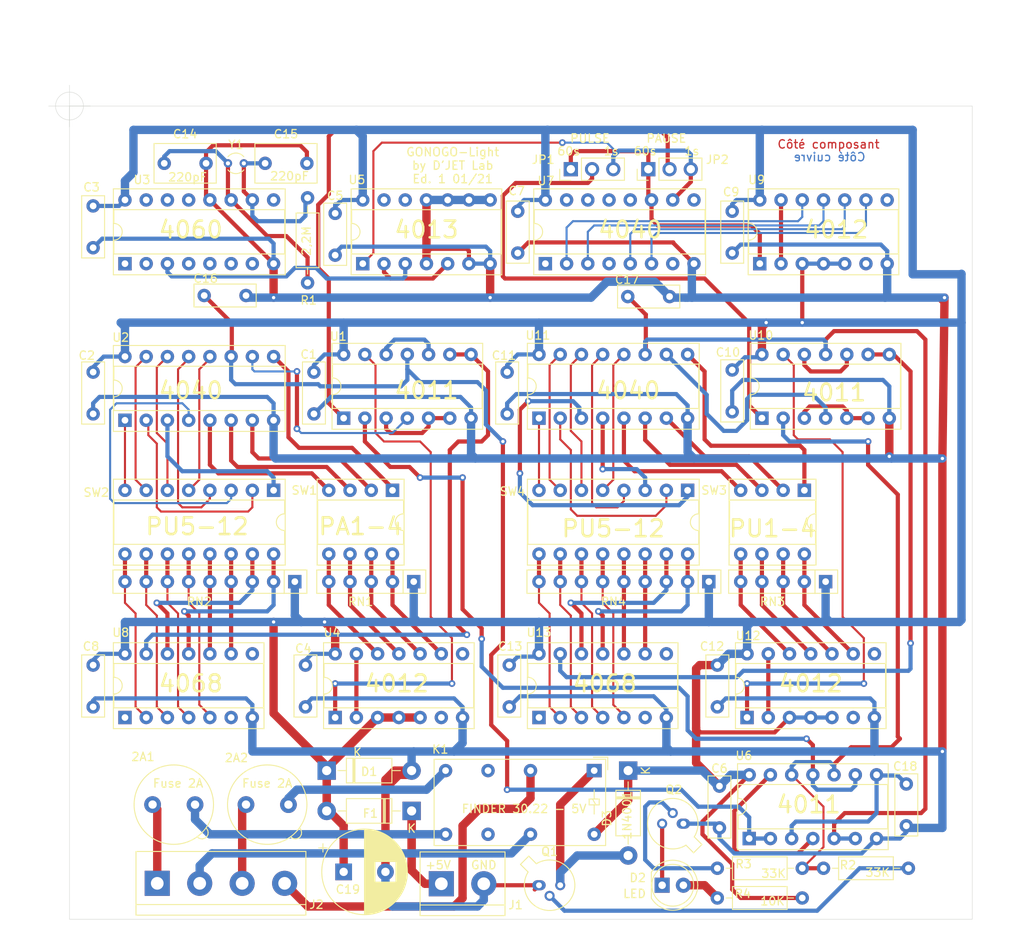
<source format=kicad_pcb>
(kicad_pcb (version 20171130) (host pcbnew "(5.1.8)-1")
  (title_block (title "GONOGO Light") (date 2021-01-31) (rev 1) (company "D'JET Conseil") (comment 1 "Conception Jacques Ehrlich"))
  (layers (0 F.Cu signal) (31 B.Cu signal) (34 B.Paste user hide) (35 F.Paste user hide) (36 B.SilkS user) (37 F.SilkS user) (38 B.Mask user hide) (39 F.Mask user hide) (44 Edge.Cuts user))
  (net 0 "")
  (net 1 "Net-(2A1-Pad2)")
  (net 2 "Net-(2A1-Pad1)")
  (net 3 "Net-(2A2-Pad1)")
  (net 4 "Net-(2A2-Pad2)")
  (net 5 GND)
  (net 6 VDD)
  (net 7 "Net-(C14-Pad1)")
  (net 8 "Net-(C15-Pad1)")
  (net 9 /RSTPA)
  (net 10 /RSTPU)
  (net 11 /&PA1-12)
  (net 12 "Net-(D2-Pad1)")
  (net 13 "Net-(D2-Pad2)")
  (net 14 "Net-(D3-Pad2)")
  (net 15 "Net-(F1-Pad1)")
  (net 16 "Net-(J2-Pad2)")
  (net 17 "Net-(J2-Pad4)")
  (net 18 /60sec)
  (net 19 /CLK-PULSE)
  (net 20 /1sec)
  (net 21 /CLK-PAUSE)
  (net 22 "Net-(K1-Pad22)")
  (net 23 "Net-(K1-Pad12)")
  (net 24 "Net-(Q1-Pad2)")
  (net 25 "Net-(Q2-Pad2)")
  (net 26 /PULSE_ENABLE)
  (net 27 /PA1)
  (net 28 /PA4)
  (net 29 /PA3)
  (net 30 /PA2)
  (net 31 /PA5)
  (net 32 /PA6)
  (net 33 /PA7)
  (net 34 /PA8)
  (net 35 /PA9)
  (net 36 /PA10)
  (net 37 /PA11)
  (net 38 /PA12)
  (net 39 /PU2)
  (net 40 /PU3)
  (net 41 /PU4)
  (net 42 /PU1)
  (net 43 /PU12)
  (net 44 /PU11)
  (net 45 /PU10)
  (net 46 /PU9)
  (net 47 /PU8)
  (net 48 /PU7)
  (net 49 /PU6)
  (net 50 /PU5)
  (net 51 "Net-(SW1-Pad1)")
  (net 52 "Net-(SW1-Pad2)")
  (net 53 "Net-(SW1-Pad3)")
  (net 54 "Net-(SW1-Pad4)")
  (net 55 "Net-(SW2-Pad1)")
  (net 56 "Net-(SW2-Pad2)")
  (net 57 "Net-(SW2-Pad3)")
  (net 58 "Net-(SW2-Pad4)")
  (net 59 "Net-(SW2-Pad5)")
  (net 60 "Net-(SW2-Pad6)")
  (net 61 "Net-(SW2-Pad7)")
  (net 62 "Net-(SW2-Pad8)")
  (net 63 "Net-(SW3-Pad4)")
  (net 64 "Net-(SW3-Pad3)")
  (net 65 "Net-(SW3-Pad2)")
  (net 66 "Net-(SW3-Pad1)")
  (net 67 "Net-(SW4-Pad8)")
  (net 68 "Net-(SW4-Pad7)")
  (net 69 "Net-(SW4-Pad6)")
  (net 70 "Net-(SW4-Pad5)")
  (net 71 "Net-(SW4-Pad4)")
  (net 72 "Net-(SW4-Pad3)")
  (net 73 "Net-(SW4-Pad2)")
  (net 74 "Net-(SW4-Pad1)")
  (net 75 "Net-(U1-Pad8)")
  (net 76 /PAUSE_ENABLE)
  (net 77 "Net-(U1-Pad3)")
  (net 78 /&PA5-12)
  (net 79 "Net-(U1-Pad4)")
  (net 80 /&PA1-4)
  (net 81 "Net-(U3-Pad1)")
  (net 82 "Net-(U3-Pad9)")
  (net 83 "Net-(U3-Pad2)")
  (net 84 /500ms)
  (net 85 "Net-(U3-Pad4)")
  (net 86 "Net-(U3-Pad5)")
  (net 87 "Net-(U3-Pad13)")
  (net 88 "Net-(U3-Pad6)")
  (net 89 "Net-(U3-Pad14)")
  (net 90 "Net-(U3-Pad7)")
  (net 91 "Net-(U3-Pad15)")
  (net 92 "Net-(U4-Pad13)")
  (net 93 "Net-(U5-Pad2)")
  (net 94 "Net-(U5-Pad12)")
  (net 95 "Net-(U5-Pad13)")
  (net 96 /&PUA1-12)
  (net 97 "Net-(U7-Pad15)")
  (net 98 "Net-(U7-Pad7)")
  (net 99 "Net-(U7-Pad14)")
  (net 100 "Net-(U7-Pad6)")
  (net 101 "Net-(U7-Pad13)")
  (net 102 "Net-(U7-Pad5)")
  (net 103 "Net-(U7-Pad12)")
  (net 104 "Net-(U7-Pad4)")
  (net 105 "Net-(U7-Pad3)")
  (net 106 "Net-(U7-Pad2)")
  (net 107 "Net-(U7-Pad9)")
  (net 108 "Net-(U7-Pad1)")
  (net 109 "Net-(U8-Pad1)")
  (net 110 "Net-(U9-Pad13)")
  (net 111 /&PU1-4)
  (net 112 "Net-(U10-Pad3)")
  (net 113 /&PU5-12)
  (net 114 "Net-(U10-Pad4)")
  (net 115 "Net-(U10-Pad8)")
  (net 116 "Net-(U12-Pad13)")
  (net 117 "Net-(U13-Pad1)")
  (module MountingHole:MountingHole_2.7mm_M2.5_DIN965 (layer F.Cu) (at 200.4568 134.6708)
    (fp_text reference REF** hide)
    (fp_text value MountingHole_2.7mm_M2.5_DIN965 hide)
    (pad 1 np_thru_hole circle (at 0 0) (size 2.7 2.7) (drill 2.7) (layers *.Cu *.Mask))
  )
  (module Relay_THT:Relay_DPDT_Finder_30.22 (layer F.Cu) (at 158.75 120.396 180)
    (fp_text reference K1 (at 18.415 2.54) (layer F.SilkS))
    (fp_text value FINDER-30.22)
    (pad 21 thru_hole circle (at 7.62 -7.62 270) (size 1.6 1.6) (drill 0.8) (layers *.Cu *.Mask) (net 16 "Net-(J2-Pad2)"))
    (pad 22 thru_hole circle (at 12.7 -7.62 270) (size 1.6 1.6) (drill 0.8) (layers *.Cu *.Mask) (net 22 "Net-(K1-Pad22)"))
    (pad 24 thru_hole circle (at 17.78 -7.62) (size 1.6 1.6) (drill 0.8) (layers *.Cu *.Mask) (net 1 "Net-(2A1-Pad2)"))
    (pad A1 thru_hole rect (at 0 0 270) (size 1.6 1.8) (drill 0.8) (layers *.Cu *.Mask) (net 14 "Net-(D3-Pad2)"))
    (pad A2 thru_hole circle (at 0 -7.62 270) (size 1.6 1.6) (drill 0.8) (layers *.Cu *.Mask) (net 6 VDD))
    (pad 11 thru_hole circle (at 7.62 0 270) (size 1.6 1.6) (drill 0.8) (layers *.Cu *.Mask) (net 17 "Net-(J2-Pad4)"))
    (pad 14 thru_hole circle (at 17.78 0 270) (size 1.6 1.6) (drill 0.8) (layers *.Cu *.Mask) (net 4 "Net-(2A2-Pad2)"))
    (pad 12 thru_hole circle (at 12.7 0 270) (size 1.6 1.6) (drill 0.8) (layers *.Cu *.Mask) (net 23 "Net-(K1-Pad12)"))
  )
  (module Diode_THT:D_DO-41_SOD81_P10.16mm_Horizontal (layer F.Cu) (at 162.814 120.396 270)
    (fp_text reference D3 (at 5.715 2.54 90) (layer F.SilkS))
    (fp_text value 1N4001)
    (fp_text user K (at 0 -2.1 90) (layer F.SilkS))
    (pad 1 thru_hole rect (at 0 0 270) (size 2.2 2.2) (drill 1.1) (layers *.Cu *.Mask) (net 6 VDD))
    (pad 2 thru_hole oval (at 10.16 0 270) (size 2.2 2.2) (drill 1.1) (layers *.Cu *.Mask) (net 14 "Net-(D3-Pad2)"))
  )
  (module MountingHole:MountingHole_2.7mm_M2.5_DIN965 (layer F.Cu) (at 200.4568 44.4084)
    (fp_text reference REF** hide)
    (fp_text value MountingHole_2.7mm_M2.5_DIN965 hide)
    (pad 1 np_thru_hole circle (at 0 0) (size 2.7 2.7) (drill 2.7) (layers *.Cu *.Mask))
  )
  (module Capacitor_THT:C_Rect_L7.2mm_W2.5mm_P5.00mm_FKS2_FKP2_MKS2_MKP2 (layer F.Cu) (at 196.088 127 90)
    (fp_text reference C18 (at 7.112 -0.127 180) (layer F.SilkS))
    (fp_text value 100nF)
    (pad 2 thru_hole circle (at 5 0 90) (size 1.6 1.6) (drill 0.8) (layers *.Cu *.Mask) (net 11 /&PA1-12))
    (pad 1 thru_hole circle (at 0 0 90) (size 1.6 1.6) (drill 0.8) (layers *.Cu *.Mask) (net 5 GND))
  )
  (module MountingHole:MountingHole_2.7mm_M2.5_DIN965 (layer F.Cu) (at 99.47656 134.65556)
    (fp_text reference REF** hide)
    (fp_text value MountingHole_2.7mm_M2.5_DIN965 hide)
    (pad 1 np_thru_hole circle (at 0 0) (size 2.7 2.7) (drill 2.7) (layers *.Cu *.Mask))
  )
  (module Package_DIP:DIP-16_W7.62mm_Socket (layer F.Cu) (at 102.616 59.75 90)
    (fp_text reference U3 (at 10.033 2.032 180) (layer F.SilkS))
    (fp_text value 4060)
    (pad 1 thru_hole rect (at 0 0 90) (size 1.6 1.6) (drill 0.8) (layers *.Cu *.Mask) (net 81 "Net-(U3-Pad1)"))
    (pad 9 thru_hole oval (at 7.62 17.78 90) (size 1.6 1.6) (drill 0.8) (layers *.Cu *.Mask) (net 82 "Net-(U3-Pad9)"))
    (pad 2 thru_hole oval (at 0 2.54 90) (size 1.6 1.6) (drill 0.8) (layers *.Cu *.Mask) (net 83 "Net-(U3-Pad2)"))
    (pad 10 thru_hole oval (at 7.62 15.24 90) (size 1.6 1.6) (drill 0.8) (layers *.Cu *.Mask) (net 8 "Net-(C15-Pad1)"))
    (pad 3 thru_hole oval (at 0 5.08 90) (size 1.6 1.6) (drill 0.8) (layers *.Cu *.Mask) (net 84 /500ms))
    (pad 11 thru_hole oval (at 7.62 12.7 90) (size 1.6 1.6) (drill 0.8) (layers *.Cu *.Mask) (net 7 "Net-(C14-Pad1)"))
    (pad 4 thru_hole oval (at 0 7.62 90) (size 1.6 1.6) (drill 0.8) (layers *.Cu *.Mask) (net 85 "Net-(U3-Pad4)"))
    (pad 12 thru_hole oval (at 7.62 10.16 90) (size 1.6 1.6) (drill 0.8) (layers *.Cu *.Mask) (net 5 GND))
    (pad 5 thru_hole oval (at 0 10.16 90) (size 1.6 1.6) (drill 0.8) (layers *.Cu *.Mask) (net 86 "Net-(U3-Pad5)"))
    (pad 13 thru_hole oval (at 7.62 7.62 90) (size 1.6 1.6) (drill 0.8) (layers *.Cu *.Mask) (net 87 "Net-(U3-Pad13)"))
    (pad 6 thru_hole oval (at 0 12.7 90) (size 1.6 1.6) (drill 0.8) (layers *.Cu *.Mask) (net 88 "Net-(U3-Pad6)"))
    (pad 14 thru_hole oval (at 7.62 5.08 90) (size 1.6 1.6) (drill 0.8) (layers *.Cu *.Mask) (net 89 "Net-(U3-Pad14)"))
    (pad 7 thru_hole oval (at 0 15.24 90) (size 1.6 1.6) (drill 0.8) (layers *.Cu *.Mask) (net 90 "Net-(U3-Pad7)"))
    (pad 15 thru_hole oval (at 7.62 2.54 90) (size 1.6 1.6) (drill 0.8) (layers *.Cu *.Mask) (net 91 "Net-(U3-Pad15)"))
    (pad 8 thru_hole oval (at 0 17.78 90) (size 1.6 1.6) (drill 0.8) (layers *.Cu *.Mask) (net 5 GND))
    (pad 16 thru_hole oval (at 7.62 0 90) (size 1.6 1.6) (drill 0.8) (layers *.Cu *.Mask) (net 6 VDD))
  )
  (module MountingHole:MountingHole_2.7mm_M2.5_DIN965 (layer F.Cu) (at 99.47656 44.4592)
    (fp_text reference REF** hide)
    (fp_text value MountingHole_2.7mm_M2.5_DIN965 hide)
    (pad 1 np_thru_hole circle (at 0 0) (size 2.7 2.7) (drill 2.7) (layers *.Cu *.Mask))
  )
  (module Fuse:Fuseholder_TR5_Littelfuse_No560_No460 (layer F.Cu) (at 105.918 124.46)
    (fp_text reference 2A1 (at -1.143 -5.715) (layer F.SilkS))
    (fp_text value Fuse_Small)
    (pad 2 thru_hole circle (at 5.08 0.01) (size 2 2) (drill 1) (layers *.Cu *.Mask) (net 1 "Net-(2A1-Pad2)"))
    (pad 1 thru_hole circle (at 0 0) (size 2 2) (drill 1) (layers *.Cu *.Mask) (net 2 "Net-(2A1-Pad1)"))
  )
  (module Fuse:Fuseholder_TR5_Littelfuse_No560_No460 (layer F.Cu) (at 117.094 124.46)
    (fp_text reference 2A2 (at -1.143 -5.588) (layer F.SilkS))
    (fp_text value Fuse_Small)
    (pad 1 thru_hole circle (at 0 0) (size 2 2) (drill 1) (layers *.Cu *.Mask) (net 3 "Net-(2A2-Pad1)"))
    (pad 2 thru_hole circle (at 5.08 0.01) (size 2 2) (drill 1) (layers *.Cu *.Mask) (net 4 "Net-(2A2-Pad2)"))
  )
  (module Capacitor_THT:C_Rect_L7.2mm_W2.5mm_P5.00mm_FKS2_FKP2_MKS2_MKP2 (layer F.Cu) (at 125.222 77.724 90)
    (fp_text reference C1 (at 7.112 -0.635 180) (layer F.SilkS))
    (fp_text value 100nF)
    (pad 1 thru_hole circle (at 0 0 90) (size 1.6 1.6) (drill 0.8) (layers *.Cu *.Mask) (net 5 GND))
    (pad 2 thru_hole circle (at 5 0 90) (size 1.6 1.6) (drill 0.8) (layers *.Cu *.Mask) (net 6 VDD))
  )
  (module Capacitor_THT:C_Rect_L7.2mm_W2.5mm_P5.00mm_FKS2_FKP2_MKS2_MKP2 (layer F.Cu) (at 98.806 77.724 90)
    (fp_text reference C2 (at 6.985 -0.762 180) (layer F.SilkS))
    (fp_text value 100nF)
    (pad 1 thru_hole circle (at 0 0 90) (size 1.6 1.6) (drill 0.8) (layers *.Cu *.Mask) (net 5 GND))
    (pad 2 thru_hole circle (at 5 0 90) (size 1.6 1.6) (drill 0.8) (layers *.Cu *.Mask) (net 6 VDD))
  )
  (module Capacitor_THT:C_Rect_L7.2mm_W2.5mm_P5.00mm_FKS2_FKP2_MKS2_MKP2 (layer F.Cu) (at 98.806 57.845 90)
    (fp_text reference C3 (at 7.239 -0.1905 180) (layer F.SilkS))
    (fp_text value 100nF)
    (pad 1 thru_hole circle (at 0 0 90) (size 1.6 1.6) (drill 0.8) (layers *.Cu *.Mask) (net 5 GND))
    (pad 2 thru_hole circle (at 5 0 90) (size 1.6 1.6) (drill 0.8) (layers *.Cu *.Mask) (net 6 VDD))
  )
  (module Capacitor_THT:C_Rect_L7.2mm_W2.5mm_P5.00mm_FKS2_FKP2_MKS2_MKP2 (layer F.Cu) (at 124.206 112.776 90)
    (fp_text reference C4 (at 6.985 -0.254 180) (layer F.SilkS))
    (fp_text value 100nF)
    (pad 1 thru_hole circle (at 0 0 90) (size 1.6 1.6) (drill 0.8) (layers *.Cu *.Mask) (net 5 GND))
    (pad 2 thru_hole circle (at 5 0 90) (size 1.6 1.6) (drill 0.8) (layers *.Cu *.Mask) (net 6 VDD))
  )
  (module Capacitor_THT:C_Rect_L7.2mm_W2.5mm_P5.00mm_FKS2_FKP2_MKS2_MKP2 (layer F.Cu) (at 127.762 58.734 90)
    (fp_text reference C5 (at 7.112 0 180) (layer F.SilkS))
    (fp_text value 100nF)
    (pad 2 thru_hole circle (at 5 0 90) (size 1.6 1.6) (drill 0.8) (layers *.Cu *.Mask) (net 6 VDD))
    (pad 1 thru_hole circle (at 0 0 90) (size 1.6 1.6) (drill 0.8) (layers *.Cu *.Mask) (net 5 GND))
  )
  (module Capacitor_THT:C_Rect_L7.2mm_W2.5mm_P5.00mm_FKS2_FKP2_MKS2_MKP2 (layer F.Cu) (at 173.736 127.254 90)
    (fp_text reference C6 (at 7.112 0 180) (layer F.SilkS))
    (fp_text value 100nF)
    (pad 2 thru_hole circle (at 5 0 90) (size 1.6 1.6) (drill 0.8) (layers *.Cu *.Mask) (net 6 VDD))
    (pad 1 thru_hole circle (at 0 0 90) (size 1.6 1.6) (drill 0.8) (layers *.Cu *.Mask) (net 5 GND))
  )
  (module Capacitor_THT:C_Rect_L7.2mm_W2.5mm_P5.00mm_FKS2_FKP2_MKS2_MKP2 (layer F.Cu) (at 149.606 58.48 90)
    (fp_text reference C7 (at 7.4295 -0.127 180) (layer F.SilkS))
    (fp_text value 100nF)
    (pad 1 thru_hole circle (at 0 0 90) (size 1.6 1.6) (drill 0.8) (layers *.Cu *.Mask) (net 5 GND))
    (pad 2 thru_hole circle (at 5 0 90) (size 1.6 1.6) (drill 0.8) (layers *.Cu *.Mask) (net 6 VDD))
  )
  (module Capacitor_THT:C_Rect_L7.2mm_W2.5mm_P5.00mm_FKS2_FKP2_MKS2_MKP2 (layer F.Cu) (at 98.806 112.776 90)
    (fp_text reference C8 (at 7.239 -0.254 180) (layer F.SilkS))
    (fp_text value 100nF)
    (pad 1 thru_hole circle (at 0 0 90) (size 1.6 1.6) (drill 0.8) (layers *.Cu *.Mask) (net 5 GND))
    (pad 2 thru_hole circle (at 5 0 90) (size 1.6 1.6) (drill 0.8) (layers *.Cu *.Mask) (net 6 VDD))
  )
  (module Capacitor_THT:C_Rect_L7.2mm_W2.5mm_P5.00mm_FKS2_FKP2_MKS2_MKP2 (layer F.Cu) (at 175.26 58.48 90)
    (fp_text reference C9 (at 7.3025 -0.127 180) (layer F.SilkS))
    (fp_text value 100nF)
    (pad 2 thru_hole circle (at 5 0 90) (size 1.6 1.6) (drill 0.8) (layers *.Cu *.Mask) (net 6 VDD))
    (pad 1 thru_hole circle (at 0 0 90) (size 1.6 1.6) (drill 0.8) (layers *.Cu *.Mask) (net 5 GND))
  )
  (module Capacitor_THT:C_Rect_L7.2mm_W2.5mm_P5.00mm_FKS2_FKP2_MKS2_MKP2 (layer F.Cu) (at 175.26 77.47 90)
    (fp_text reference C10 (at 7.112 -0.508 180) (layer F.SilkS))
    (fp_text value 100nF)
    (pad 2 thru_hole circle (at 5 0 90) (size 1.6 1.6) (drill 0.8) (layers *.Cu *.Mask) (net 6 VDD))
    (pad 1 thru_hole circle (at 0 0 90) (size 1.6 1.6) (drill 0.8) (layers *.Cu *.Mask) (net 5 GND))
  )
  (module Capacitor_THT:C_Rect_L7.2mm_W2.5mm_P5.00mm_FKS2_FKP2_MKS2_MKP2 (layer F.Cu) (at 148.336 77.724 90)
    (fp_text reference C11 (at 6.985 -0.381 180) (layer F.SilkS))
    (fp_text value 100nF)
    (pad 2 thru_hole circle (at 5 0 90) (size 1.6 1.6) (drill 0.8) (layers *.Cu *.Mask) (net 6 VDD))
    (pad 1 thru_hole circle (at 0 0 90) (size 1.6 1.6) (drill 0.8) (layers *.Cu *.Mask) (net 5 GND))
  )
  (module Capacitor_THT:C_Rect_L7.2mm_W2.5mm_P5.00mm_FKS2_FKP2_MKS2_MKP2 (layer F.Cu) (at 173.482 112.776 90)
    (fp_text reference C12 (at 7.239 -0.635 180) (layer F.SilkS))
    (fp_text value 100nF)
    (pad 2 thru_hole circle (at 5 0 90) (size 1.6 1.6) (drill 0.8) (layers *.Cu *.Mask) (net 6 VDD))
    (pad 1 thru_hole circle (at 0 0 90) (size 1.6 1.6) (drill 0.8) (layers *.Cu *.Mask) (net 5 GND))
  )
  (module Capacitor_THT:C_Rect_L7.2mm_W2.5mm_P5.00mm_FKS2_FKP2_MKS2_MKP2 (layer F.Cu) (at 148.59 112.776 90)
    (fp_text reference C13 (at 7.239 0.127 180) (layer F.SilkS))
    (fp_text value 100nF)
    (pad 1 thru_hole circle (at 0 0 90) (size 1.6 1.6) (drill 0.8) (layers *.Cu *.Mask) (net 5 GND))
    (pad 2 thru_hole circle (at 5 0 90) (size 1.6 1.6) (drill 0.8) (layers *.Cu *.Mask) (net 6 VDD))
  )
  (module Capacitor_THT:C_Rect_L7.2mm_W4.5mm_P5.00mm_FKS2_FKP2_MKS2_MKP2 (layer F.Cu) (at 107.315 47.7485)
    (fp_text reference C14 (at 2.5 -3.5) (layer F.SilkS))
    (fp_text value 220pF)
    (pad 2 thru_hole circle (at 5 0) (size 1.6 1.6) (drill 0.8) (layers *.Cu *.Mask) (net 5 GND))
    (pad 1 thru_hole circle (at 0 0) (size 1.6 1.6) (drill 0.8) (layers *.Cu *.Mask) (net 7 "Net-(C14-Pad1)"))
  )
  (module Capacitor_THT:C_Rect_L7.2mm_W4.5mm_P5.00mm_FKS2_FKP2_MKS2_MKP2 (layer F.Cu) (at 119.38 47.7485)
    (fp_text reference C15 (at 2.5 -3.5) (layer F.SilkS))
    (fp_text value 220pF)
    (pad 1 thru_hole circle (at 0 0) (size 1.6 1.6) (drill 0.8) (layers *.Cu *.Mask) (net 8 "Net-(C15-Pad1)"))
    (pad 2 thru_hole circle (at 5 0) (size 1.6 1.6) (drill 0.8) (layers *.Cu *.Mask) (net 5 GND))
  )
  (module Capacitor_THT:C_Rect_L7.2mm_W2.5mm_P5.00mm_FKS2_FKP2_MKS2_MKP2 (layer F.Cu) (at 117.094 63.56 180)
    (fp_text reference C16 (at 4.826 2.032) (layer F.SilkS))
    (fp_text value 100nF)
    (pad 1 thru_hole circle (at 0 0 180) (size 1.6 1.6) (drill 0.8) (layers *.Cu *.Mask) (net 5 GND))
    (pad 2 thru_hole circle (at 5 0 180) (size 1.6 1.6) (drill 0.8) (layers *.Cu *.Mask) (net 9 /RSTPA))
  )
  (module Capacitor_THT:C_Rect_L7.2mm_W2.5mm_P5.00mm_FKS2_FKP2_MKS2_MKP2 (layer F.Cu) (at 167.767 63.687 180)
    (fp_text reference C17 (at 5.08 2.032) (layer F.SilkS))
    (fp_text value 100nF)
    (pad 2 thru_hole circle (at 5 0 180) (size 1.6 1.6) (drill 0.8) (layers *.Cu *.Mask) (net 10 /RSTPU))
    (pad 1 thru_hole circle (at 0 0 180) (size 1.6 1.6) (drill 0.8) (layers *.Cu *.Mask) (net 5 GND))
  )
  (module Capacitor_THT:CP_Radial_D10.0mm_P5.00mm (layer F.Cu) (at 128.778 132.5118)
    (fp_text reference C19 (at 0.508 2.1082) (layer F.SilkS))
    (fp_text value 220uF/16v)
    (pad 1 thru_hole rect (at 0 0) (size 2 2) (drill 1) (layers *.Cu *.Mask) (net 6 VDD))
    (pad 2 thru_hole circle (at 5 0) (size 2 2) (drill 1) (layers *.Cu *.Mask) (net 5 GND))
  )
  (module Diode_THT:D_DO-41_SOD81_P10.16mm_Horizontal (layer F.Cu) (at 126.746 120.396)
    (fp_text reference D1 (at 5.08 0.127) (layer F.SilkS))
    (fp_text value MUR240)
    (fp_text user K (at 3.683 -2.159) (layer F.SilkS))
    (pad 1 thru_hole rect (at 0 0) (size 2.2 2.2) (drill 1.1) (layers *.Cu *.Mask) (net 6 VDD))
    (pad 2 thru_hole oval (at 10.16 0) (size 2.2 2.2) (drill 1.1) (layers *.Cu *.Mask) (net 5 GND))
  )
  (module LED_THT:LED_D5.0mm (layer F.Cu) (at 166.878 134.112)
    (fp_text reference D2 (at -2.921 -0.889) (layer F.SilkS))
    (fp_text value LED)
    (pad 1 thru_hole rect (at 0 0) (size 1.8 1.8) (drill 0.9) (layers *.Cu *.Mask) (net 12 "Net-(D2-Pad1)"))
    (pad 2 thru_hole circle (at 2.54 0) (size 1.8 1.8) (drill 0.9) (layers *.Cu *.Mask) (net 13 "Net-(D2-Pad2)"))
  )
  (module Diode_THT:D_DO-41_SOD81_P10.16mm_Horizontal (layer F.Cu) (at 136.906 125.222 180)
    (fp_text reference F1 (at 4.9276 -0.3048) (layer F.SilkS))
    (fp_text value "1,1A PTC")
    (fp_text user K (at 0 -2.1) (layer F.SilkS))
    (pad 2 thru_hole oval (at 10.16 0 180) (size 2.2 2.2) (drill 1.1) (layers *.Cu *.Mask) (net 6 VDD))
    (pad 1 thru_hole rect (at 0 0 180) (size 2.2 2.2) (drill 1.1) (layers *.Cu *.Mask) (net 15 "Net-(F1-Pad1)"))
  )
  (module TerminalBlock:TerminalBlock_bornier-2_P5.08mm (layer F.Cu) (at 140.462 133.9342)
    (fp_text reference J1 (at 8.89 2.54) (layer F.SilkS))
    (fp_text value Screw_Terminal_01x02)
    (pad 1 thru_hole rect (at 0 0) (size 3 3) (drill 1.52) (layers *.Cu *.Mask) (net 15 "Net-(F1-Pad1)"))
    (pad 2 thru_hole circle (at 5.08 0) (size 3 3) (drill 1.52) (layers *.Cu *.Mask) (net 5 GND))
  )
  (module TerminalBlock:TerminalBlock_bornier-4_P5.08mm (layer F.Cu) (at 106.4768 133.8834)
    (fp_text reference J2 (at 19.05 2.54) (layer F.SilkS))
    (fp_text value Screw_Terminal_01x04)
    (pad 2 thru_hole circle (at 5.08 0) (size 3 3) (drill 1.52) (layers *.Cu *.Mask) (net 16 "Net-(J2-Pad2)"))
    (pad 3 thru_hole circle (at 10.16 0) (size 3 3) (drill 1.52) (layers *.Cu *.Mask) (net 3 "Net-(2A2-Pad1)"))
    (pad 1 thru_hole rect (at 0 0) (size 3 3) (drill 1.52) (layers *.Cu *.Mask) (net 2 "Net-(2A1-Pad1)"))
    (pad 4 thru_hole circle (at 15.24 0) (size 3 3) (drill 1.52) (layers *.Cu *.Mask) (net 17 "Net-(J2-Pad4)"))
  )
  (module Connector_PinHeader_2.54mm:PinHeader_1x03_P2.54mm_Vertical (layer F.Cu) (at 155.956 48.447 90)
    (fp_text reference JP1 (at 1.143 -3.302 180) (layer F.SilkS))
    (fp_text value Jumper_NC_Dual)
    (pad 1 thru_hole rect (at 0 0 90) (size 1.7 1.7) (drill 1) (layers *.Cu *.Mask) (net 18 /60sec))
    (pad 2 thru_hole oval (at 0 2.54 90) (size 1.7 1.7) (drill 1) (layers *.Cu *.Mask) (net 19 /CLK-PULSE))
    (pad 3 thru_hole oval (at 0 5.08 90) (size 1.7 1.7) (drill 1) (layers *.Cu *.Mask) (net 20 /1sec))
  )
  (module Connector_PinHeader_2.54mm:PinHeader_1x03_P2.54mm_Vertical (layer F.Cu) (at 165.227 48.447 90)
    (fp_text reference JP2 (at 1.143 8.255 180) (layer F.SilkS))
    (fp_text value Jumper_NC_Dual)
    (pad 3 thru_hole oval (at 0 5.08 90) (size 1.7 1.7) (drill 1) (layers *.Cu *.Mask) (net 20 /1sec))
    (pad 2 thru_hole oval (at 0 2.54 90) (size 1.7 1.7) (drill 1) (layers *.Cu *.Mask) (net 21 /CLK-PAUSE))
    (pad 1 thru_hole rect (at 0 0 90) (size 1.7 1.7) (drill 1) (layers *.Cu *.Mask) (net 18 /60sec))
  )
  (module Package_TO_SOT_THT:TO-18-3 (layer F.Cu) (at 152.146 134.112)
    (fp_text reference Q1 (at 1.27 -4.02) (layer F.SilkS))
    (fp_text value 2N2222)
    (pad 1 thru_hole oval (at 0 0) (size 1.6 1.2) (drill 0.7) (layers *.Cu *.Mask) (net 5 GND))
    (pad 2 thru_hole oval (at 1.27 1.27) (size 1.2 1.2) (drill 0.7) (layers *.Cu *.Mask) (net 24 "Net-(Q1-Pad2)"))
    (pad 3 thru_hole oval (at 2.54 0) (size 1.2 1.2) (drill 0.7) (layers *.Cu *.Mask) (net 14 "Net-(D3-Pad2)"))
  )
  (module Package_TO_SOT_THT:TO-18-3 (layer F.Cu) (at 169.418 126.746 180)
    (fp_text reference Q2 (at 1.143 4.064) (layer F.SilkS))
    (fp_text value 2N2222)
    (pad 3 thru_hole oval (at 2.54 0 180) (size 1.2 1.2) (drill 0.7) (layers *.Cu *.Mask) (net 12 "Net-(D2-Pad1)"))
    (pad 2 thru_hole oval (at 1.27 1.27 180) (size 1.2 1.2) (drill 0.7) (layers *.Cu *.Mask) (net 25 "Net-(Q2-Pad2)"))
    (pad 1 thru_hole oval (at 0 0 180) (size 1.6 1.2) (drill 0.7) (layers *.Cu *.Mask) (net 5 GND))
  )
  (module Resistor_THT:R_Axial_DIN0207_L6.3mm_D2.5mm_P10.16mm_Horizontal (layer F.Cu) (at 124.46 62.036 90)
    (fp_text reference R1 (at -2.099 0.127 180) (layer F.SilkS))
    (fp_text value 2,2M)
    (pad 1 thru_hole circle (at 0 0 90) (size 1.6 1.6) (drill 0.8) (layers *.Cu *.Mask) (net 7 "Net-(C14-Pad1)"))
    (pad 2 thru_hole oval (at 10.16 0 90) (size 1.6 1.6) (drill 0.8) (layers *.Cu *.Mask) (net 8 "Net-(C15-Pad1)"))
  )
  (module Resistor_THT:R_Axial_DIN0207_L6.3mm_D2.5mm_P10.16mm_Horizontal (layer F.Cu) (at 196.342 132.08 180)
    (fp_text reference R2 (at 7.239 0.381) (layer F.SilkS))
    (fp_text value 33K)
    (pad 2 thru_hole oval (at 10.16 0 180) (size 1.6 1.6) (drill 0.8) (layers *.Cu *.Mask) (net 26 /PULSE_ENABLE))
    (pad 1 thru_hole circle (at 0 0 180) (size 1.6 1.6) (drill 0.8) (layers *.Cu *.Mask) (net 24 "Net-(Q1-Pad2)"))
  )
  (module Resistor_THT:R_Axial_DIN0207_L6.3mm_D2.5mm_P10.16mm_Horizontal (layer F.Cu) (at 173.482 132.08)
    (fp_text reference R3 (at 3.1399 -0.508 180) (layer F.SilkS))
    (fp_text value 33K)
    (pad 2 thru_hole oval (at 10.16 0) (size 1.6 1.6) (drill 0.8) (layers *.Cu *.Mask) (net 26 /PULSE_ENABLE))
    (pad 1 thru_hole circle (at 0 0) (size 1.6 1.6) (drill 0.8) (layers *.Cu *.Mask) (net 25 "Net-(Q2-Pad2)"))
  )
  (module Resistor_THT:R_Axial_DIN0207_L6.3mm_D2.5mm_P10.16mm_Horizontal (layer F.Cu) (at 173.482 135.636)
    (fp_text reference R4 (at 3.048 -0.508) (layer F.SilkS))
    (fp_text value 10k)
    (pad 1 thru_hole circle (at 0 0) (size 1.6 1.6) (drill 0.8) (layers *.Cu *.Mask) (net 13 "Net-(D2-Pad2)"))
    (pad 2 thru_hole oval (at 10.16 0) (size 1.6 1.6) (drill 0.8) (layers *.Cu *.Mask) (net 6 VDD))
  )
  (module Resistor_THT:R_Array_SIP5 (layer F.Cu) (at 137.16 97.79 180)
    (fp_text reference RN1 (at 6.35 -2.4) (layer F.SilkS))
    (fp_text value R_Network04)
    (pad 1 thru_hole rect (at 0 0 180) (size 1.6 1.6) (drill 0.8) (layers *.Cu *.Mask) (net 6 VDD))
    (pad 2 thru_hole oval (at 2.54 0 180) (size 1.6 1.6) (drill 0.8) (layers *.Cu *.Mask) (net 27 /PA1))
    (pad 3 thru_hole oval (at 5.08 0 180) (size 1.6 1.6) (drill 0.8) (layers *.Cu *.Mask) (net 30 /PA2))
    (pad 4 thru_hole oval (at 7.62 0 180) (size 1.6 1.6) (drill 0.8) (layers *.Cu *.Mask) (net 29 /PA3))
    (pad 5 thru_hole oval (at 10.16 0 180) (size 1.6 1.6) (drill 0.8) (layers *.Cu *.Mask) (net 28 /PA4))
  )
  (module Resistor_THT:R_Array_SIP9 (layer F.Cu) (at 122.936 97.79 180)
    (fp_text reference RN2 (at 11.43 -2.4) (layer F.SilkS))
    (fp_text value R_Network08)
    (pad 1 thru_hole rect (at 0 0 180) (size 1.6 1.6) (drill 0.8) (layers *.Cu *.Mask) (net 6 VDD))
    (pad 2 thru_hole oval (at 2.54 0 180) (size 1.6 1.6) (drill 0.8) (layers *.Cu *.Mask) (net 31 /PA5))
    (pad 3 thru_hole oval (at 5.08 0 180) (size 1.6 1.6) (drill 0.8) (layers *.Cu *.Mask) (net 32 /PA6))
    (pad 4 thru_hole oval (at 7.62 0 180) (size 1.6 1.6) (drill 0.8) (layers *.Cu *.Mask) (net 33 /PA7))
    (pad 5 thru_hole oval (at 10.16 0 180) (size 1.6 1.6) (drill 0.8) (layers *.Cu *.Mask) (net 34 /PA8))
    (pad 6 thru_hole oval (at 12.7 0 180) (size 1.6 1.6) (drill 0.8) (layers *.Cu *.Mask) (net 35 /PA9))
    (pad 7 thru_hole oval (at 15.24 0 180) (size 1.6 1.6) (drill 0.8) (layers *.Cu *.Mask) (net 36 /PA10))
    (pad 8 thru_hole oval (at 17.78 0 180) (size 1.6 1.6) (drill 0.8) (layers *.Cu *.Mask) (net 37 /PA11))
    (pad 9 thru_hole oval (at 20.32 0 180) (size 1.6 1.6) (drill 0.8) (layers *.Cu *.Mask) (net 38 /PA12))
  )
  (module Resistor_THT:R_Array_SIP5 (layer F.Cu) (at 186.436 97.79 180)
    (fp_text reference RN3 (at 6.35 -2.4) (layer F.SilkS))
    (fp_text value R_Network04)
    (pad 5 thru_hole oval (at 10.16 0 180) (size 1.6 1.6) (drill 0.8) (layers *.Cu *.Mask) (net 41 /PU4))
    (pad 4 thru_hole oval (at 7.62 0 180) (size 1.6 1.6) (drill 0.8) (layers *.Cu *.Mask) (net 40 /PU3))
    (pad 3 thru_hole oval (at 5.08 0 180) (size 1.6 1.6) (drill 0.8) (layers *.Cu *.Mask) (net 39 /PU2))
    (pad 2 thru_hole oval (at 2.54 0 180) (size 1.6 1.6) (drill 0.8) (layers *.Cu *.Mask) (net 42 /PU1))
    (pad 1 thru_hole rect (at 0 0 180) (size 1.6 1.6) (drill 0.8) (layers *.Cu *.Mask) (net 6 VDD))
  )
  (module Resistor_THT:R_Array_SIP9 (layer F.Cu) (at 172.466 97.79 180)
    (fp_text reference RN4 (at 11.43 -2.4) (layer F.SilkS))
    (fp_text value R_Network08)
    (pad 9 thru_hole oval (at 20.32 0 180) (size 1.6 1.6) (drill 0.8) (layers *.Cu *.Mask) (net 43 /PU12))
    (pad 8 thru_hole oval (at 17.78 0 180) (size 1.6 1.6) (drill 0.8) (layers *.Cu *.Mask) (net 44 /PU11))
    (pad 7 thru_hole oval (at 15.24 0 180) (size 1.6 1.6) (drill 0.8) (layers *.Cu *.Mask) (net 45 /PU10))
    (pad 6 thru_hole oval (at 12.7 0 180) (size 1.6 1.6) (drill 0.8) (layers *.Cu *.Mask) (net 46 /PU9))
    (pad 5 thru_hole oval (at 10.16 0 180) (size 1.6 1.6) (drill 0.8) (layers *.Cu *.Mask) (net 47 /PU8))
    (pad 4 thru_hole oval (at 7.62 0 180) (size 1.6 1.6) (drill 0.8) (layers *.Cu *.Mask) (net 48 /PU7))
    (pad 3 thru_hole oval (at 5.08 0 180) (size 1.6 1.6) (drill 0.8) (layers *.Cu *.Mask) (net 49 /PU6))
    (pad 2 thru_hole oval (at 2.54 0 180) (size 1.6 1.6) (drill 0.8) (layers *.Cu *.Mask) (net 50 /PU5))
    (pad 1 thru_hole rect (at 0 0 180) (size 1.6 1.6) (drill 0.8) (layers *.Cu *.Mask) (net 6 VDD))
  )
  (module Package_DIP:DIP-8_W7.62mm_Socket (layer F.Cu) (at 134.62 86.868 270)
    (fp_text reference SW1 (at 0 10.541 180) (layer F.SilkS))
    (fp_text value SW_DIP_x04)
    (pad 1 thru_hole rect (at 0 0 270) (size 1.6 1.6) (drill 0.8) (layers *.Cu *.Mask) (net 51 "Net-(SW1-Pad1)"))
    (pad 5 thru_hole oval (at 7.62 7.62 270) (size 1.6 1.6) (drill 0.8) (layers *.Cu *.Mask) (net 28 /PA4))
    (pad 2 thru_hole oval (at 0 2.54 270) (size 1.6 1.6) (drill 0.8) (layers *.Cu *.Mask) (net 52 "Net-(SW1-Pad2)"))
    (pad 6 thru_hole oval (at 7.62 5.08 270) (size 1.6 1.6) (drill 0.8) (layers *.Cu *.Mask) (net 29 /PA3))
    (pad 3 thru_hole oval (at 0 5.08 270) (size 1.6 1.6) (drill 0.8) (layers *.Cu *.Mask) (net 53 "Net-(SW1-Pad3)"))
    (pad 7 thru_hole oval (at 7.62 2.54 270) (size 1.6 1.6) (drill 0.8) (layers *.Cu *.Mask) (net 30 /PA2))
    (pad 4 thru_hole oval (at 0 7.62 270) (size 1.6 1.6) (drill 0.8) (layers *.Cu *.Mask) (net 54 "Net-(SW1-Pad4)"))
    (pad 8 thru_hole oval (at 7.62 0 270) (size 1.6 1.6) (drill 0.8) (layers *.Cu *.Mask) (net 27 /PA1))
  )
  (module Package_DIP:DIP-16_W7.62mm_Socket (layer F.Cu) (at 120.396 86.868 270)
    (fp_text reference SW2 (at 0.254 21.209 180) (layer F.SilkS))
    (fp_text value SW_DIP_x08)
    (pad 1 thru_hole rect (at 0 0 270) (size 1.6 1.6) (drill 0.8) (layers *.Cu *.Mask) (net 55 "Net-(SW2-Pad1)"))
    (pad 9 thru_hole oval (at 7.62 17.78 270) (size 1.6 1.6) (drill 0.8) (layers *.Cu *.Mask) (net 38 /PA12))
    (pad 2 thru_hole oval (at 0 2.54 270) (size 1.6 1.6) (drill 0.8) (layers *.Cu *.Mask) (net 56 "Net-(SW2-Pad2)"))
    (pad 10 thru_hole oval (at 7.62 15.24 270) (size 1.6 1.6) (drill 0.8) (layers *.Cu *.Mask) (net 37 /PA11))
    (pad 3 thru_hole oval (at 0 5.08 270) (size 1.6 1.6) (drill 0.8) (layers *.Cu *.Mask) (net 57 "Net-(SW2-Pad3)"))
    (pad 11 thru_hole oval (at 7.62 12.7 270) (size 1.6 1.6) (drill 0.8) (layers *.Cu *.Mask) (net 36 /PA10))
    (pad 4 thru_hole oval (at 0 7.62 270) (size 1.6 1.6) (drill 0.8) (layers *.Cu *.Mask) (net 58 "Net-(SW2-Pad4)"))
    (pad 12 thru_hole oval (at 7.62 10.16 270) (size 1.6 1.6) (drill 0.8) (layers *.Cu *.Mask) (net 35 /PA9))
    (pad 5 thru_hole oval (at 0 10.16 270) (size 1.6 1.6) (drill 0.8) (layers *.Cu *.Mask) (net 59 "Net-(SW2-Pad5)"))
    (pad 13 thru_hole oval (at 7.62 7.62 270) (size 1.6 1.6) (drill 0.8) (layers *.Cu *.Mask) (net 34 /PA8))
    (pad 6 thru_hole oval (at 0 12.7 270) (size 1.6 1.6) (drill 0.8) (layers *.Cu *.Mask) (net 60 "Net-(SW2-Pad6)"))
    (pad 14 thru_hole oval (at 7.62 5.08 270) (size 1.6 1.6) (drill 0.8) (layers *.Cu *.Mask) (net 33 /PA7))
    (pad 7 thru_hole oval (at 0 15.24 270) (size 1.6 1.6) (drill 0.8) (layers *.Cu *.Mask) (net 61 "Net-(SW2-Pad7)"))
    (pad 15 thru_hole oval (at 7.62 2.54 270) (size 1.6 1.6) (drill 0.8) (layers *.Cu *.Mask) (net 32 /PA6))
    (pad 8 thru_hole oval (at 0 17.78 270) (size 1.6 1.6) (drill 0.8) (layers *.Cu *.Mask) (net 62 "Net-(SW2-Pad8)"))
    (pad 16 thru_hole oval (at 7.62 0 270) (size 1.6 1.6) (drill 0.8) (layers *.Cu *.Mask) (net 31 /PA5))
  )
  (module Package_DIP:DIP-8_W7.62mm_Socket (layer F.Cu) (at 183.896 86.868 270)
    (fp_text reference SW3 (at 0 10.795) (layer F.SilkS))
    (fp_text value SW_DIP_x04)
    (pad 8 thru_hole oval (at 7.62 0 270) (size 1.6 1.6) (drill 0.8) (layers *.Cu *.Mask) (net 42 /PU1))
    (pad 4 thru_hole oval (at 0 7.62 270) (size 1.6 1.6) (drill 0.8) (layers *.Cu *.Mask) (net 63 "Net-(SW3-Pad4)"))
    (pad 7 thru_hole oval (at 7.62 2.54 270) (size 1.6 1.6) (drill 0.8) (layers *.Cu *.Mask) (net 39 /PU2))
    (pad 3 thru_hole oval (at 0 5.08 270) (size 1.6 1.6) (drill 0.8) (layers *.Cu *.Mask) (net 64 "Net-(SW3-Pad3)"))
    (pad 6 thru_hole oval (at 7.62 5.08 270) (size 1.6 1.6) (drill 0.8) (layers *.Cu *.Mask) (net 40 /PU3))
    (pad 2 thru_hole oval (at 0 2.54 270) (size 1.6 1.6) (drill 0.8) (layers *.Cu *.Mask) (net 65 "Net-(SW3-Pad2)"))
    (pad 5 thru_hole oval (at 7.62 7.62 270) (size 1.6 1.6) (drill 0.8) (layers *.Cu *.Mask) (net 41 /PU4))
    (pad 1 thru_hole rect (at 0 0 270) (size 1.6 1.6) (drill 0.8) (layers *.Cu *.Mask) (net 66 "Net-(SW3-Pad1)"))
  )
  (module Package_DIP:DIP-16_W7.62mm_Socket (layer F.Cu) (at 169.926 86.868 270)
    (fp_text reference SW4 (at 0.127 20.955 180) (layer F.SilkS))
    (fp_text value SW_DIP_x08)
    (pad 16 thru_hole oval (at 7.62 0 270) (size 1.6 1.6) (drill 0.8) (layers *.Cu *.Mask) (net 50 /PU5))
    (pad 8 thru_hole oval (at 0 17.78 270) (size 1.6 1.6) (drill 0.8) (layers *.Cu *.Mask) (net 67 "Net-(SW4-Pad8)"))
    (pad 15 thru_hole oval (at 7.62 2.54 270) (size 1.6 1.6) (drill 0.8) (layers *.Cu *.Mask) (net 49 /PU6))
    (pad 7 thru_hole oval (at 0 15.24 270) (size 1.6 1.6) (drill 0.8) (layers *.Cu *.Mask) (net 68 "Net-(SW4-Pad7)"))
    (pad 14 thru_hole oval (at 7.62 5.08 270) (size 1.6 1.6) (drill 0.8) (layers *.Cu *.Mask) (net 48 /PU7))
    (pad 6 thru_hole oval (at 0 12.7 270) (size 1.6 1.6) (drill 0.8) (layers *.Cu *.Mask) (net 69 "Net-(SW4-Pad6)"))
    (pad 13 thru_hole oval (at 7.62 7.62 270) (size 1.6 1.6) (drill 0.8) (layers *.Cu *.Mask) (net 47 /PU8))
    (pad 5 thru_hole oval (at 0 10.16 270) (size 1.6 1.6) (drill 0.8) (layers *.Cu *.Mask) (net 70 "Net-(SW4-Pad5)"))
    (pad 12 thru_hole oval (at 7.62 10.16 270) (size 1.6 1.6) (drill 0.8) (layers *.Cu *.Mask) (net 46 /PU9))
    (pad 4 thru_hole oval (at 0 7.62 270) (size 1.6 1.6) (drill 0.8) (layers *.Cu *.Mask) (net 71 "Net-(SW4-Pad4)"))
    (pad 11 thru_hole oval (at 7.62 12.7 270) (size 1.6 1.6) (drill 0.8) (layers *.Cu *.Mask) (net 45 /PU10))
    (pad 3 thru_hole oval (at 0 5.08 270) (size 1.6 1.6) (drill 0.8) (layers *.Cu *.Mask) (net 72 "Net-(SW4-Pad3)"))
    (pad 10 thru_hole oval (at 7.62 15.24 270) (size 1.6 1.6) (drill 0.8) (layers *.Cu *.Mask) (net 44 /PU11))
    (pad 2 thru_hole oval (at 0 2.54 270) (size 1.6 1.6) (drill 0.8) (layers *.Cu *.Mask) (net 73 "Net-(SW4-Pad2)"))
    (pad 9 thru_hole oval (at 7.62 17.78 270) (size 1.6 1.6) (drill 0.8) (layers *.Cu *.Mask) (net 43 /PU12))
    (pad 1 thru_hole rect (at 0 0 270) (size 1.6 1.6) (drill 0.8) (layers *.Cu *.Mask) (net 74 "Net-(SW4-Pad1)"))
  )
  (module Package_DIP:DIP-14_W7.62mm_Socket (layer F.Cu) (at 128.778 78.232 90)
    (fp_text reference U1 (at 9.779 -0.635 180) (layer F.SilkS))
    (fp_text value 4011)
    (pad 1 thru_hole rect (at 0 0 90) (size 1.6 1.6) (drill 0.8) (layers *.Cu *.Mask) (net 21 /CLK-PAUSE))
    (pad 8 thru_hole oval (at 7.62 15.24 90) (size 1.6 1.6) (drill 0.8) (layers *.Cu *.Mask) (net 75 "Net-(U1-Pad8)"))
    (pad 2 thru_hole oval (at 0 2.54 90) (size 1.6 1.6) (drill 0.8) (layers *.Cu *.Mask) (net 76 /PAUSE_ENABLE))
    (pad 9 thru_hole oval (at 7.62 12.7 90) (size 1.6 1.6) (drill 0.8) (layers *.Cu *.Mask) (net 75 "Net-(U1-Pad8)"))
    (pad 3 thru_hole oval (at 0 5.08 90) (size 1.6 1.6) (drill 0.8) (layers *.Cu *.Mask) (net 77 "Net-(U1-Pad3)"))
    (pad 10 thru_hole oval (at 7.62 10.16 90) (size 1.6 1.6) (drill 0.8) (layers *.Cu *.Mask) (net 78 /&PA5-12))
    (pad 4 thru_hole oval (at 0 7.62 90) (size 1.6 1.6) (drill 0.8) (layers *.Cu *.Mask) (net 79 "Net-(U1-Pad4)"))
    (pad 11 thru_hole oval (at 7.62 7.62 90) (size 1.6 1.6) (drill 0.8) (layers *.Cu *.Mask) (net 9 /RSTPA))
    (pad 5 thru_hole oval (at 0 10.16 90) (size 1.6 1.6) (drill 0.8) (layers *.Cu *.Mask) (net 77 "Net-(U1-Pad3)"))
    (pad 12 thru_hole oval (at 7.62 5.08 90) (size 1.6 1.6) (drill 0.8) (layers *.Cu *.Mask) (net 78 /&PA5-12))
    (pad 6 thru_hole oval (at 0 12.7 90) (size 1.6 1.6) (drill 0.8) (layers *.Cu *.Mask) (net 77 "Net-(U1-Pad3)"))
    (pad 13 thru_hole oval (at 7.62 2.54 90) (size 1.6 1.6) (drill 0.8) (layers *.Cu *.Mask) (net 80 /&PA1-4))
    (pad 7 thru_hole oval (at 0 15.24 90) (size 1.6 1.6) (drill 0.8) (layers *.Cu *.Mask) (net 5 GND))
    (pad 14 thru_hole oval (at 7.62 0 90) (size 1.6 1.6) (drill 0.8) (layers *.Cu *.Mask) (net 6 VDD))
  )
  (module Package_DIP:DIP-16_W7.62mm_Socket (layer F.Cu) (at 102.616 78.486 90)
    (fp_text reference U2 (at 9.906 -0.508 180) (layer F.SilkS))
    (fp_text value 4040)
    (pad 1 thru_hole rect (at 0 0 90) (size 1.6 1.6) (drill 0.8) (layers *.Cu *.Mask) (net 62 "Net-(SW2-Pad8)"))
    (pad 9 thru_hole oval (at 7.62 17.78 90) (size 1.6 1.6) (drill 0.8) (layers *.Cu *.Mask) (net 51 "Net-(SW1-Pad1)"))
    (pad 2 thru_hole oval (at 0 2.54 90) (size 1.6 1.6) (drill 0.8) (layers *.Cu *.Mask) (net 56 "Net-(SW2-Pad2)"))
    (pad 10 thru_hole oval (at 7.62 15.24 90) (size 1.6 1.6) (drill 0.8) (layers *.Cu *.Mask) (net 79 "Net-(U1-Pad4)"))
    (pad 3 thru_hole oval (at 0 5.08 90) (size 1.6 1.6) (drill 0.8) (layers *.Cu *.Mask) (net 55 "Net-(SW2-Pad1)"))
    (pad 11 thru_hole oval (at 7.62 12.7 90) (size 1.6 1.6) (drill 0.8) (layers *.Cu *.Mask) (net 9 /RSTPA))
    (pad 4 thru_hole oval (at 0 7.62 90) (size 1.6 1.6) (drill 0.8) (layers *.Cu *.Mask) (net 57 "Net-(SW2-Pad3)"))
    (pad 12 thru_hole oval (at 7.62 10.16 90) (size 1.6 1.6) (drill 0.8) (layers *.Cu *.Mask) (net 59 "Net-(SW2-Pad5)"))
    (pad 5 thru_hole oval (at 0 10.16 90) (size 1.6 1.6) (drill 0.8) (layers *.Cu *.Mask) (net 54 "Net-(SW1-Pad4)"))
    (pad 13 thru_hole oval (at 7.62 7.62 90) (size 1.6 1.6) (drill 0.8) (layers *.Cu *.Mask) (net 58 "Net-(SW2-Pad4)"))
    (pad 6 thru_hole oval (at 0 12.7 90) (size 1.6 1.6) (drill 0.8) (layers *.Cu *.Mask) (net 53 "Net-(SW1-Pad3)"))
    (pad 14 thru_hole oval (at 7.62 5.08 90) (size 1.6 1.6) (drill 0.8) (layers *.Cu *.Mask) (net 60 "Net-(SW2-Pad6)"))
    (pad 7 thru_hole oval (at 0 15.24 90) (size 1.6 1.6) (drill 0.8) (layers *.Cu *.Mask) (net 52 "Net-(SW1-Pad2)"))
    (pad 15 thru_hole oval (at 7.62 2.54 90) (size 1.6 1.6) (drill 0.8) (layers *.Cu *.Mask) (net 61 "Net-(SW2-Pad7)"))
    (pad 8 thru_hole oval (at 0 17.78 90) (size 1.6 1.6) (drill 0.8) (layers *.Cu *.Mask) (net 5 GND))
    (pad 16 thru_hole oval (at 7.62 0 90) (size 1.6 1.6) (drill 0.8) (layers *.Cu *.Mask) (net 6 VDD))
  )
  (module Package_DIP:DIP-14_W7.62mm_Socket (layer F.Cu) (at 127.762 114.046 90)
    (fp_text reference U4 (at 10.16 -0.381 180) (layer F.SilkS))
    (fp_text value 4012)
    (pad 14 thru_hole oval (at 7.62 0 90) (size 1.6 1.6) (drill 0.8) (layers *.Cu *.Mask) (net 6 VDD))
    (pad 7 thru_hole oval (at 0 15.24 90) (size 1.6 1.6) (drill 0.8) (layers *.Cu *.Mask) (net 5 GND))
    (pad 13 thru_hole oval (at 7.62 2.54 90) (size 1.6 1.6) (drill 0.8) (layers *.Cu *.Mask) (net 92 "Net-(U4-Pad13)"))
    (pad 6 thru_hole oval (at 0 12.7 90) (size 1.6 1.6) (drill 0.8) (layers *.Cu *.Mask))
    (pad 12 thru_hole oval (at 7.62 5.08 90) (size 1.6 1.6) (drill 0.8) (layers *.Cu *.Mask) (net 28 /PA4))
    (pad 5 thru_hole oval (at 0 10.16 90) (size 1.6 1.6) (drill 0.8) (layers *.Cu *.Mask) (net 6 VDD))
    (pad 11 thru_hole oval (at 7.62 7.62 90) (size 1.6 1.6) (drill 0.8) (layers *.Cu *.Mask) (net 29 /PA3))
    (pad 4 thru_hole oval (at 0 7.62 90) (size 1.6 1.6) (drill 0.8) (layers *.Cu *.Mask) (net 6 VDD))
    (pad 10 thru_hole oval (at 7.62 10.16 90) (size 1.6 1.6) (drill 0.8) (layers *.Cu *.Mask) (net 30 /PA2))
    (pad 3 thru_hole oval (at 0 5.08 90) (size 1.6 1.6) (drill 0.8) (layers *.Cu *.Mask) (net 6 VDD))
    (pad 9 thru_hole oval (at 7.62 12.7 90) (size 1.6 1.6) (drill 0.8) (layers *.Cu *.Mask) (net 27 /PA1))
    (pad 2 thru_hole oval (at 0 2.54 90) (size 1.6 1.6) (drill 0.8) (layers *.Cu *.Mask) (net 92 "Net-(U4-Pad13)"))
    (pad 8 thru_hole oval (at 7.62 15.24 90) (size 1.6 1.6) (drill 0.8) (layers *.Cu *.Mask))
    (pad 1 thru_hole rect (at 0 0 90) (size 1.6 1.6) (drill 0.8) (layers *.Cu *.Mask) (net 80 /&PA1-4))
  )
  (module Package_DIP:DIP-14_W7.62mm_Socket (layer F.Cu) (at 177.292 128.524 90)
    (fp_text reference U6 (at 9.906 -0.635 180) (layer F.SilkS))
    (fp_text value 4011)
    (pad 14 thru_hole oval (at 7.62 0 90) (size 1.6 1.6) (drill 0.8) (layers *.Cu *.Mask) (net 6 VDD))
    (pad 7 thru_hole oval (at 0 15.24 90) (size 1.6 1.6) (drill 0.8) (layers *.Cu *.Mask) (net 5 GND))
    (pad 13 thru_hole oval (at 7.62 2.54 90) (size 1.6 1.6) (drill 0.8) (layers *.Cu *.Mask) (net 96 /&PUA1-12))
    (pad 6 thru_hole oval (at 0 12.7 90) (size 1.6 1.6) (drill 0.8) (layers *.Cu *.Mask) (net 10 /RSTPU))
    (pad 12 thru_hole oval (at 7.62 5.08 90) (size 1.6 1.6) (drill 0.8) (layers *.Cu *.Mask) (net 26 /PULSE_ENABLE))
    (pad 5 thru_hole oval (at 0 10.16 90) (size 1.6 1.6) (drill 0.8) (layers *.Cu *.Mask) (net 10 /RSTPU))
    (pad 11 thru_hole oval (at 7.62 7.62 90) (size 1.6 1.6) (drill 0.8) (layers *.Cu *.Mask) (net 76 /PAUSE_ENABLE))
    (pad 4 thru_hole oval (at 0 7.62 90) (size 1.6 1.6) (drill 0.8) (layers *.Cu *.Mask) (net 96 /&PUA1-12))
    (pad 10 thru_hole oval (at 7.62 10.16 90) (size 1.6 1.6) (drill 0.8) (layers *.Cu *.Mask) (net 26 /PULSE_ENABLE))
    (pad 3 thru_hole oval (at 0 5.08 90) (size 1.6 1.6) (drill 0.8) (layers *.Cu *.Mask) (net 11 /&PA1-12))
    (pad 9 thru_hole oval (at 7.62 12.7 90) (size 1.6 1.6) (drill 0.8) (layers *.Cu *.Mask) (net 76 /PAUSE_ENABLE))
    (pad 2 thru_hole oval (at 0 2.54 90) (size 1.6 1.6) (drill 0.8) (layers *.Cu *.Mask) (net 9 /RSTPA))
    (pad 8 thru_hole oval (at 7.62 15.24 90) (size 1.6 1.6) (drill 0.8) (layers *.Cu *.Mask) (net 11 /&PA1-12))
    (pad 1 thru_hole rect (at 0 0 90) (size 1.6 1.6) (drill 0.8) (layers *.Cu *.Mask) (net 9 /RSTPA))
  )
  (module Package_DIP:DIP-16_W7.62mm_Socket (layer F.Cu) (at 152.908 59.75 90)
    (fp_text reference U7 (at 9.906 0.0635 180) (layer F.SilkS))
    (fp_text value 4040)
    (pad 1 thru_hole rect (at 0 0 90) (size 1.6 1.6) (drill 0.8) (layers *.Cu *.Mask) (net 108 "Net-(U7-Pad1)"))
    (pad 9 thru_hole oval (at 7.62 17.78 90) (size 1.6 1.6) (drill 0.8) (layers *.Cu *.Mask) (net 107 "Net-(U7-Pad9)"))
    (pad 2 thru_hole oval (at 0 2.54 90) (size 1.6 1.6) (drill 0.8) (layers *.Cu *.Mask) (net 106 "Net-(U7-Pad2)"))
    (pad 10 thru_hole oval (at 7.62 15.24 90) (size 1.6 1.6) (drill 0.8) (layers *.Cu *.Mask) (net 20 /1sec))
    (pad 3 thru_hole oval (at 0 5.08 90) (size 1.6 1.6) (drill 0.8) (layers *.Cu *.Mask) (net 105 "Net-(U7-Pad3)"))
    (pad 11 thru_hole oval (at 7.62 12.7 90) (size 1.6 1.6) (drill 0.8) (layers *.Cu *.Mask) (net 18 /60sec))
    (pad 4 thru_hole oval (at 0 7.62 90) (size 1.6 1.6) (drill 0.8) (layers *.Cu *.Mask) (net 104 "Net-(U7-Pad4)"))
    (pad 12 thru_hole oval (at 7.62 10.16 90) (size 1.6 1.6) (drill 0.8) (layers *.Cu *.Mask) (net 103 "Net-(U7-Pad12)"))
    (pad 5 thru_hole oval (at 0 10.16 90) (size 1.6 1.6) (drill 0.8) (layers *.Cu *.Mask) (net 102 "Net-(U7-Pad5)"))
    (pad 13 thru_hole oval (at 7.62 7.62 90) (size 1.6 1.6) (drill 0.8) (layers *.Cu *.Mask) (net 101 "Net-(U7-Pad13)"))
    (pad 6 thru_hole oval (at 0 12.7 90) (size 1.6 1.6) (drill 0.8) (layers *.Cu *.Mask) (net 100 "Net-(U7-Pad6)"))
    (pad 14 thru_hole oval (at 7.62 5.08 90) (size 1.6 1.6) (drill 0.8) (layers *.Cu *.Mask) (net 99 "Net-(U7-Pad14)"))
    (pad 7 thru_hole oval (at 0 15.24 90) (size 1.6 1.6) (drill 0.8) (layers *.Cu *.Mask) (net 98 "Net-(U7-Pad7)"))
    (pad 15 thru_hole oval (at 7.62 2.54 90) (size 1.6 1.6) (drill 0.8) (layers *.Cu *.Mask) (net 97 "Net-(U7-Pad15)"))
    (pad 8 thru_hole oval (at 0 17.78 90) (size 1.6 1.6) (drill 0.8) (layers *.Cu *.Mask) (net 5 GND))
    (pad 16 thru_hole oval (at 7.62 0 90) (size 1.6 1.6) (drill 0.8) (layers *.Cu *.Mask) (net 6 VDD))
  )
  (module Package_DIP:DIP-14_W7.62mm_Socket (layer F.Cu) (at 102.616 114.046 90)
    (fp_text reference U8 (at 10.16 -0.508 180) (layer F.SilkS))
    (fp_text value 4068)
    (pad 1 thru_hole rect (at 0 0 90) (size 1.6 1.6) (drill 0.8) (layers *.Cu *.Mask) (net 109 "Net-(U8-Pad1)"))
    (pad 8 thru_hole oval (at 7.62 15.24 90) (size 1.6 1.6) (drill 0.8) (layers *.Cu *.Mask))
    (pad 2 thru_hole oval (at 0 2.54 90) (size 1.6 1.6) (drill 0.8) (layers *.Cu *.Mask) (net 38 /PA12))
    (pad 9 thru_hole oval (at 7.62 12.7 90) (size 1.6 1.6) (drill 0.8) (layers *.Cu *.Mask) (net 33 /PA7))
    (pad 3 thru_hole oval (at 0 5.08 90) (size 1.6 1.6) (drill 0.8) (layers *.Cu *.Mask) (net 37 /PA11))
    (pad 10 thru_hole oval (at 7.62 10.16 90) (size 1.6 1.6) (drill 0.8) (layers *.Cu *.Mask) (net 34 /PA8))
    (pad 4 thru_hole oval (at 0 7.62 90) (size 1.6 1.6) (drill 0.8) (layers *.Cu *.Mask) (net 36 /PA10))
    (pad 11 thru_hole oval (at 7.62 7.62 90) (size 1.6 1.6) (drill 0.8) (layers *.Cu *.Mask) (net 31 /PA5))
    (pad 5 thru_hole oval (at 0 10.16 90) (size 1.6 1.6) (drill 0.8) (layers *.Cu *.Mask) (net 35 /PA9))
    (pad 12 thru_hole oval (at 7.62 5.08 90) (size 1.6 1.6) (drill 0.8) (layers *.Cu *.Mask) (net 32 /PA6))
    (pad 6 thru_hole oval (at 0 12.7 90) (size 1.6 1.6) (drill 0.8) (layers *.Cu *.Mask))
    (pad 13 thru_hole oval (at 7.62 2.54 90) (size 1.6 1.6) (drill 0.8) (layers *.Cu *.Mask) (net 75 "Net-(U1-Pad8)"))
    (pad 7 thru_hole oval (at 0 15.24 90) (size 1.6 1.6) (drill 0.8) (layers *.Cu *.Mask) (net 5 GND))
    (pad 14 thru_hole oval (at 7.62 0 90) (size 1.6 1.6) (drill 0.8) (layers *.Cu *.Mask) (net 6 VDD))
  )
  (module Package_DIP:DIP-14_W7.62mm_Socket (layer F.Cu) (at 178.562 59.75 90)
    (fp_text reference U9 (at 10.033 -0.381 180) (layer F.SilkS))
    (fp_text value 4012)
    (pad 14 thru_hole oval (at 7.62 0 90) (size 1.6 1.6) (drill 0.8) (layers *.Cu *.Mask) (net 6 VDD))
    (pad 7 thru_hole oval (at 0 15.24 90) (size 1.6 1.6) (drill 0.8) (layers *.Cu *.Mask) (net 5 GND))
    (pad 13 thru_hole oval (at 7.62 2.54 90) (size 1.6 1.6) (drill 0.8) (layers *.Cu *.Mask) (net 110 "Net-(U9-Pad13)"))
    (pad 6 thru_hole oval (at 0 12.7 90) (size 1.6 1.6) (drill 0.8) (layers *.Cu *.Mask))
    (pad 12 thru_hole oval (at 7.62 5.08 90) (size 1.6 1.6) (drill 0.8) (layers *.Cu *.Mask) (net 106 "Net-(U7-Pad2)"))
    (pad 5 thru_hole oval (at 0 10.16 90) (size 1.6 1.6) (drill 0.8) (layers *.Cu *.Mask) (net 6 VDD))
    (pad 11 thru_hole oval (at 7.62 7.62 90) (size 1.6 1.6) (drill 0.8) (layers *.Cu *.Mask) (net 105 "Net-(U7-Pad3)"))
    (pad 4 thru_hole oval (at 0 7.62 90) (size 1.6 1.6) (drill 0.8) (layers *.Cu *.Mask) (net 6 VDD))
    (pad 10 thru_hole oval (at 7.62 10.16 90) (size 1.6 1.6) (drill 0.8) (layers *.Cu *.Mask) (net 102 "Net-(U7-Pad5)"))
    (pad 3 thru_hole oval (at 0 5.08 90) (size 1.6 1.6) (drill 0.8) (layers *.Cu *.Mask) (net 6 VDD))
    (pad 9 thru_hole oval (at 7.62 12.7 90) (size 1.6 1.6) (drill 0.8) (layers *.Cu *.Mask) (net 100 "Net-(U7-Pad6)"))
    (pad 2 thru_hole oval (at 0 2.54 90) (size 1.6 1.6) (drill 0.8) (layers *.Cu *.Mask) (net 110 "Net-(U9-Pad13)"))
    (pad 8 thru_hole oval (at 7.62 15.24 90) (size 1.6 1.6) (drill 0.8) (layers *.Cu *.Mask))
    (pad 1 thru_hole rect (at 0 0 90) (size 1.6 1.6) (drill 0.8) (layers *.Cu *.Mask) (net 18 /60sec))
  )
  (module Package_DIP:DIP-14_W7.62mm_Socket (layer F.Cu) (at 178.816 78.232 90)
    (fp_text reference U10 (at 9.906 -0.127 180) (layer F.SilkS))
    (fp_text value 4011)
    (pad 14 thru_hole oval (at 7.62 0 90) (size 1.6 1.6) (drill 0.8) (layers *.Cu *.Mask) (net 6 VDD))
    (pad 7 thru_hole oval (at 0 15.24 90) (size 1.6 1.6) (drill 0.8) (layers *.Cu *.Mask) (net 5 GND))
    (pad 13 thru_hole oval (at 7.62 2.54 90) (size 1.6 1.6) (drill 0.8) (layers *.Cu *.Mask) (net 111 /&PU1-4))
    (pad 6 thru_hole oval (at 0 12.7 90) (size 1.6 1.6) (drill 0.8) (layers *.Cu *.Mask) (net 112 "Net-(U10-Pad3)"))
    (pad 12 thru_hole oval (at 7.62 5.08 90) (size 1.6 1.6) (drill 0.8) (layers *.Cu *.Mask) (net 113 /&PU5-12))
    (pad 5 thru_hole oval (at 0 10.16 90) (size 1.6 1.6) (drill 0.8) (layers *.Cu *.Mask) (net 112 "Net-(U10-Pad3)"))
    (pad 11 thru_hole oval (at 7.62 7.62 90) (size 1.6 1.6) (drill 0.8) (layers *.Cu *.Mask) (net 10 /RSTPU))
    (pad 4 thru_hole oval (at 0 7.62 90) (size 1.6 1.6) (drill 0.8) (layers *.Cu *.Mask) (net 114 "Net-(U10-Pad4)"))
    (pad 10 thru_hole oval (at 7.62 10.16 90) (size 1.6 1.6) (drill 0.8) (layers *.Cu *.Mask) (net 113 /&PU5-12))
    (pad 3 thru_hole oval (at 0 5.08 90) (size 1.6 1.6) (drill 0.8) (layers *.Cu *.Mask) (net 112 "Net-(U10-Pad3)"))
    (pad 9 thru_hole oval (at 7.62 12.7 90) (size 1.6 1.6) (drill 0.8) (layers *.Cu *.Mask) (net 115 "Net-(U10-Pad8)"))
    (pad 2 thru_hole oval (at 0 2.54 90) (size 1.6 1.6) (drill 0.8) (layers *.Cu *.Mask) (net 26 /PULSE_ENABLE))
    (pad 8 thru_hole oval (at 7.62 15.24 90) (size 1.6 1.6) (drill 0.8) (layers *.Cu *.Mask) (net 115 "Net-(U10-Pad8)"))
    (pad 1 thru_hole rect (at 0 0 90) (size 1.6 1.6) (drill 0.8) (layers *.Cu *.Mask) (net 19 /CLK-PULSE))
  )
  (module Package_DIP:DIP-16_W7.62mm_Socket (layer F.Cu) (at 152.146 78.232 90)
    (fp_text reference U11 (at 9.906 -0.127 180) (layer F.SilkS))
    (fp_text value 4040)
    (pad 16 thru_hole oval (at 7.62 0 90) (size 1.6 1.6) (drill 0.8) (layers *.Cu *.Mask) (net 6 VDD))
    (pad 8 thru_hole oval (at 0 17.78 90) (size 1.6 1.6) (drill 0.8) (layers *.Cu *.Mask) (net 5 GND))
    (pad 15 thru_hole oval (at 7.62 2.54 90) (size 1.6 1.6) (drill 0.8) (layers *.Cu *.Mask) (net 68 "Net-(SW4-Pad7)"))
    (pad 7 thru_hole oval (at 0 15.24 90) (size 1.6 1.6) (drill 0.8) (layers *.Cu *.Mask) (net 65 "Net-(SW3-Pad2)"))
    (pad 14 thru_hole oval (at 7.62 5.08 90) (size 1.6 1.6) (drill 0.8) (layers *.Cu *.Mask) (net 69 "Net-(SW4-Pad6)"))
    (pad 6 thru_hole oval (at 0 12.7 90) (size 1.6 1.6) (drill 0.8) (layers *.Cu *.Mask) (net 64 "Net-(SW3-Pad3)"))
    (pad 13 thru_hole oval (at 7.62 7.62 90) (size 1.6 1.6) (drill 0.8) (layers *.Cu *.Mask) (net 71 "Net-(SW4-Pad4)"))
    (pad 5 thru_hole oval (at 0 10.16 90) (size 1.6 1.6) (drill 0.8) (layers *.Cu *.Mask) (net 63 "Net-(SW3-Pad4)"))
    (pad 12 thru_hole oval (at 7.62 10.16 90) (size 1.6 1.6) (drill 0.8) (layers *.Cu *.Mask) (net 70 "Net-(SW4-Pad5)"))
    (pad 4 thru_hole oval (at 0 7.62 90) (size 1.6 1.6) (drill 0.8) (layers *.Cu *.Mask) (net 72 "Net-(SW4-Pad3)"))
    (pad 11 thru_hole oval (at 7.62 12.7 90) (size 1.6 1.6) (drill 0.8) (layers *.Cu *.Mask) (net 10 /RSTPU))
    (pad 3 thru_hole oval (at 0 5.08 90) (size 1.6 1.6) (drill 0.8) (layers *.Cu *.Mask) (net 74 "Net-(SW4-Pad1)"))
    (pad 10 thru_hole oval (at 7.62 15.24 90) (size 1.6 1.6) (drill 0.8) (layers *.Cu *.Mask) (net 114 "Net-(U10-Pad4)"))
    (pad 2 thru_hole oval (at 0 2.54 90) (size 1.6 1.6) (drill 0.8) (layers *.Cu *.Mask) (net 73 "Net-(SW4-Pad2)"))
    (pad 9 thru_hole oval (at 7.62 17.78 90) (size 1.6 1.6) (drill 0.8) (layers *.Cu *.Mask) (net 66 "Net-(SW3-Pad1)"))
    (pad 1 thru_hole rect (at 0 0 90) (size 1.6 1.6) (drill 0.8) (layers *.Cu *.Mask) (net 67 "Net-(SW4-Pad8)"))
  )
  (module Package_DIP:DIP-14_W7.62mm_Socket (layer F.Cu) (at 177.038 114.046 90)
    (fp_text reference U12 (at 9.779 0.127 180) (layer F.SilkS))
    (fp_text value 4012)
    (pad 1 thru_hole rect (at 0 0 90) (size 1.6 1.6) (drill 0.8) (layers *.Cu *.Mask) (net 111 /&PU1-4))
    (pad 8 thru_hole oval (at 7.62 15.24 90) (size 1.6 1.6) (drill 0.8) (layers *.Cu *.Mask))
    (pad 2 thru_hole oval (at 0 2.54 90) (size 1.6 1.6) (drill 0.8) (layers *.Cu *.Mask) (net 116 "Net-(U12-Pad13)"))
    (pad 9 thru_hole oval (at 7.62 12.7 90) (size 1.6 1.6) (drill 0.8) (layers *.Cu *.Mask) (net 42 /PU1))
    (pad 3 thru_hole oval (at 0 5.08 90) (size 1.6 1.6) (drill 0.8) (layers *.Cu *.Mask) (net 6 VDD))
    (pad 10 thru_hole oval (at 7.62 10.16 90) (size 1.6 1.6) (drill 0.8) (layers *.Cu *.Mask) (net 39 /PU2))
    (pad 4 thru_hole oval (at 0 7.62 90) (size 1.6 1.6) (drill 0.8) (layers *.Cu *.Mask) (net 6 VDD))
    (pad 11 thru_hole oval (at 7.62 7.62 90) (size 1.6 1.6) (drill 0.8) (layers *.Cu *.Mask) (net 40 /PU3))
    (pad 5 thru_hole oval (at 0 10.16 90) (size 1.6 1.6) (drill 0.8) (layers *.Cu *.Mask) (net 6 VDD))
    (pad 12 thru_hole oval (at 7.62 5.08 90) (size 1.6 1.6) (drill 0.8) (layers *.Cu *.Mask) (net 41 /PU4))
    (pad 6 thru_hole oval (at 0 12.7 90) (size 1.6 1.6) (drill 0.8) (layers *.Cu *.Mask))
    (pad 13 thru_hole oval (at 7.62 2.54 90) (size 1.6 1.6) (drill 0.8) (layers *.Cu *.Mask) (net 116 "Net-(U12-Pad13)"))
    (pad 7 thru_hole oval (at 0 15.24 90) (size 1.6 1.6) (drill 0.8) (layers *.Cu *.Mask) (net 5 GND))
    (pad 14 thru_hole oval (at 7.62 0 90) (size 1.6 1.6) (drill 0.8) (layers *.Cu *.Mask) (net 6 VDD))
  )
  (module Package_DIP:DIP-14_W7.62mm_Socket (layer F.Cu) (at 152.146 114.046 90)
    (fp_text reference U13 (at 10.16 0 180) (layer F.SilkS))
    (fp_text value 4068)
    (pad 1 thru_hole rect (at 0 0 90) (size 1.6 1.6) (drill 0.8) (layers *.Cu *.Mask) (net 117 "Net-(U13-Pad1)"))
    (pad 8 thru_hole oval (at 7.62 15.24 90) (size 1.6 1.6) (drill 0.8) (layers *.Cu *.Mask))
    (pad 2 thru_hole oval (at 0 2.54 90) (size 1.6 1.6) (drill 0.8) (layers *.Cu *.Mask) (net 43 /PU12))
    (pad 9 thru_hole oval (at 7.62 12.7 90) (size 1.6 1.6) (drill 0.8) (layers *.Cu *.Mask) (net 48 /PU7))
    (pad 3 thru_hole oval (at 0 5.08 90) (size 1.6 1.6) (drill 0.8) (layers *.Cu *.Mask) (net 44 /PU11))
    (pad 10 thru_hole oval (at 7.62 10.16 90) (size 1.6 1.6) (drill 0.8) (layers *.Cu *.Mask) (net 47 /PU8))
    (pad 4 thru_hole oval (at 0 7.62 90) (size 1.6 1.6) (drill 0.8) (layers *.Cu *.Mask) (net 45 /PU10))
    (pad 11 thru_hole oval (at 7.62 7.62 90) (size 1.6 1.6) (drill 0.8) (layers *.Cu *.Mask) (net 50 /PU5))
    (pad 5 thru_hole oval (at 0 10.16 90) (size 1.6 1.6) (drill 0.8) (layers *.Cu *.Mask) (net 46 /PU9))
    (pad 12 thru_hole oval (at 7.62 5.08 90) (size 1.6 1.6) (drill 0.8) (layers *.Cu *.Mask) (net 49 /PU6))
    (pad 6 thru_hole oval (at 0 12.7 90) (size 1.6 1.6) (drill 0.8) (layers *.Cu *.Mask))
    (pad 13 thru_hole oval (at 7.62 2.54 90) (size 1.6 1.6) (drill 0.8) (layers *.Cu *.Mask) (net 115 "Net-(U10-Pad8)"))
    (pad 7 thru_hole oval (at 0 15.24 90) (size 1.6 1.6) (drill 0.8) (layers *.Cu *.Mask) (net 5 GND))
    (pad 14 thru_hole oval (at 7.62 0 90) (size 1.6 1.6) (drill 0.8) (layers *.Cu *.Mask) (net 6 VDD))
  )
  (module Crystal:Crystal_C26-LF_D2.1mm_L6.5mm_Vertical (layer F.Cu) (at 114.935 47.7485)
    (fp_text reference Y1 (at 0.95 -2.23) (layer F.SilkS))
    (fp_text value "32,768 kHz")
    (pad 1 thru_hole circle (at 0 0) (size 1 1) (drill 0.5) (layers *.Cu *.Mask) (net 7 "Net-(C14-Pad1)"))
    (pad 2 thru_hole circle (at 1.9 0) (size 1 1) (drill 0.5) (layers *.Cu *.Mask) (net 8 "Net-(C15-Pad1)"))
  )
  (module Package_DIP:DIP-14_W7.62mm_Socket (layer F.Cu) (at 131.064 59.75 90)
    (fp_text reference U5 (at 10.033 -0.6985 180) (layer F.SilkS))
    (fp_text value 4013)
    (pad 1 thru_hole rect (at 0 0 90) (size 1.6 1.6) (drill 0.8) (layers *.Cu *.Mask) (net 20 /1sec))
    (pad 8 thru_hole oval (at 7.62 15.24 90) (size 1.6 1.6) (drill 0.8) (layers *.Cu *.Mask) (net 5 GND))
    (pad 2 thru_hole oval (at 0 2.54 90) (size 1.6 1.6) (drill 0.8) (layers *.Cu *.Mask) (net 93 "Net-(U5-Pad2)"))
    (pad 9 thru_hole oval (at 7.62 12.7 90) (size 1.6 1.6) (drill 0.8) (layers *.Cu *.Mask) (net 5 GND))
    (pad 3 thru_hole oval (at 0 5.08 90) (size 1.6 1.6) (drill 0.8) (layers *.Cu *.Mask) (net 84 /500ms))
    (pad 10 thru_hole oval (at 7.62 10.16 90) (size 1.6 1.6) (drill 0.8) (layers *.Cu *.Mask) (net 5 GND))
    (pad 4 thru_hole oval (at 0 7.62 90) (size 1.6 1.6) (drill 0.8) (layers *.Cu *.Mask) (net 5 GND))
    (pad 11 thru_hole oval (at 7.62 7.62 90) (size 1.6 1.6) (drill 0.8) (layers *.Cu *.Mask) (net 5 GND))
    (pad 5 thru_hole oval (at 0 10.16 90) (size 1.6 1.6) (drill 0.8) (layers *.Cu *.Mask) (net 93 "Net-(U5-Pad2)"))
    (pad 12 thru_hole oval (at 7.62 5.08 90) (size 1.6 1.6) (drill 0.8) (layers *.Cu *.Mask) (net 94 "Net-(U5-Pad12)"))
    (pad 6 thru_hole oval (at 0 12.7 90) (size 1.6 1.6) (drill 0.8) (layers *.Cu *.Mask) (net 5 GND))
    (pad 13 thru_hole oval (at 7.62 2.54 90) (size 1.6 1.6) (drill 0.8) (layers *.Cu *.Mask) (net 95 "Net-(U5-Pad13)"))
    (pad 7 thru_hole oval (at 0 15.24 90) (size 1.6 1.6) (drill 0.8) (layers *.Cu *.Mask) (net 5 GND))
    (pad 14 thru_hole oval (at 7.62 0 90) (size 1.6 1.6) (drill 0.8) (layers *.Cu *.Mask) (net 6 VDD))
  )
  (gr_text "Côté cuivre" (at 186.9089 46.99) (layer B.Cu) (effects (font (size 1 1)) (justify mirror)))
  (gr_text "Côté composant" (at 186.7819 45.466) (layer F.Cu) (effects (font (size 1 1))))
  (gr_text "GONOGO-Light\nby D'JET Lab\nEd. 1 01/21" (at 141.8239 48.006) (layer F.SilkS) (effects (font (size 1 1))))
  (gr_text 2,2M (at 124.333 57.023 90) (layer F.SilkS) (effects (font (size 1 1))))
  (gr_text 220pF (at 122.301 49.276) (layer F.SilkS) (effects (font (size 1 1))))
  (gr_text 220pF (at 110.109 49.403) (layer F.SilkS) (effects (font (size 1 1))))
  (gr_text 1N4001 (at 162.687 125.73 90) (layer F.SilkS) (effects (font (size 1 1))))
  (gr_text 33K (at 180.213 132.715) (layer F.SilkS) (effects (font (size 1 1))))
  (gr_text LED (at 163.576 135.128) (layer F.SilkS) (effects (font (size 1 1))))
  (gr_text 33K (at 192.659 132.588) (layer F.SilkS) (effects (font (size 1 1))))
  (gr_text 10K (at 180.086 136.017) (layer F.SilkS) (effects (font (size 1 1))))
  (gr_text GND (at 145.542 131.699) (layer F.SilkS) (effects (font (size 1 1))))
  (gr_text +5V (at 140.081 131.699) (layer F.SilkS) (effects (font (size 1 1))))
  (gr_text 1s (at 170.434 46.288) (layer F.SilkS) (effects (font (size 1 1))))
  (gr_text 60s (at 164.846 46.288) (layer F.SilkS) (effects (font (size 1 1))))
  (gr_text PAUSE (at 167.386 44.764) (layer F.SilkS) (effects (font (size 1 1))))
  (gr_text PULSE (at 158.242 44.764) (layer F.SilkS) (effects (font (size 1 1))))
  (gr_text 1s (at 160.782 46.288) (layer F.SilkS) (effects (font (size 1 1))))
  (gr_text 60s (at 155.702 46.288) (layer F.SilkS) (effects (font (size 1 1))))
  (gr_text "Fuse 2A" (at 119.634 121.92) (layer F.SilkS) (effects (font (size 1 1))))
  (gr_text "Fuse 2A" (at 108.966 121.92) (layer F.SilkS) (effects (font (size 1 1))))
  (gr_text "FINDER 30.22 - 5V" (at 150.368 124.968) (layer F.SilkS) (effects (font (size 1 1))))
  (gr_text PU1-4 (at 180.086 91.44) (layer F.SilkS) (effects (font (size 2 2) (thickness 0.3))))
  (gr_text PU5-12 (at 161.036 91.44) (layer F.SilkS) (effects (font (size 2 2) (thickness 0.3))))
  (gr_text PA1-4 (at 130.81 91.186) (layer F.SilkS) (effects (font (size 2 2) (thickness 0.3))))
  (gr_text PU5-12 (at 111.252 91.186) (layer F.SilkS) (effects (font (size 2 2) (thickness 0.3))))
  (gr_text 4011 (at 184.404 124.46) (layer F.SilkS) (effects (font (size 2 2) (thickness 0.3))))
  (gr_text 4012 (at 184.658 109.982) (layer F.SilkS) (effects (font (size 2 2) (thickness 0.3))))
  (gr_text 4068 (at 160.02 109.982) (layer F.SilkS) (effects (font (size 2 2) (thickness 0.3))))
  (gr_text 4012 (at 135.128 109.982) (layer F.SilkS) (effects (font (size 2 2) (thickness 0.3))))
  (gr_text 4068 (at 110.49 109.982) (layer F.SilkS) (effects (font (size 2 2) (thickness 0.3))))
  (gr_text 4011 (at 187.452 75.184) (layer F.SilkS) (effects (font (size 2 2) (thickness 0.3))))
  (gr_text 4040 (at 162.814 74.93) (layer F.SilkS) (effects (font (size 2 2) (thickness 0.3))))
  (gr_text "4011\n" (at 138.684 74.93) (layer F.SilkS) (effects (font (size 2 2) (thickness 0.3))))
  (gr_text "4040\n" (at 110.49 74.93) (layer F.SilkS) (effects (font (size 2 2) (thickness 0.3))))
  (gr_text 4012 (at 187.706 55.686) (layer F.SilkS) (effects (font (size 2 2) (thickness 0.3))))
  (gr_text 4040 (at 163.068 55.686) (layer F.SilkS) (effects (font (size 2 2) (thickness 0.3))))
  (gr_text 4013 (at 138.684 55.686) (layer F.SilkS) (effects (font (size 2 2) (thickness 0.3))))
  (gr_text 4060 (at 110.49 55.686) (layer F.SilkS) (effects (font (size 2 2) (thickness 0.3))))
  (gr_line (start 203.9747 40.894) (end 203.9747 138.176) (layer Edge.Cuts) (width 0.05))
  (gr_line (start 95.9769 94.4245) (end 95.9769 138.176) (layer Edge.Cuts) (width 0.05))
  (gr_line (start 95.9769 138.176) (end 203.9747 138.176) (layer Edge.Cuts) (width 0.05))
  (gr_line (start 95.9769 40.894) (end 95.9769 94.4245) (layer Edge.Cuts) (width 0.05))
  (gr_line (start 95.9769 40.894) (end 203.9747 40.894) (layer Edge.Cuts) (width 0.05))
  (target plus (at 95.9769 40.894) (size 5) (width 0.05) (layer Edge.Cuts))
  (segment (start 110.998 124.47) (end 110.998 126.238) (width 1) (layer B.Cu) (net 1))
  (segment (start 112.776 128.016) (end 140.97 128.016) (width 1) (layer B.Cu) (net 1))
  (segment (start 110.998 126.238) (end 112.776 128.016) (width 1) (layer B.Cu) (net 1))
  (segment (start 106.4768 125.0188) (end 105.918 124.46) (width 1) (layer F.Cu) (net 2))
  (segment (start 106.4768 133.8834) (end 106.4768 125.0188) (width 1) (layer F.Cu) (net 2))
  (segment (start 116.6368 124.9172) (end 117.094 124.46) (width 1) (layer F.Cu) (net 3))
  (segment (start 116.6368 133.8834) (end 116.6368 124.9172) (width 1) (layer F.Cu) (net 3))
  (segment (start 122.174 124.47) (end 122.174 123.698) (width 1) (layer B.Cu) (net 4))
  (segment (start 122.174 123.698) (end 123.19 122.682) (width 1) (layer B.Cu) (net 4))
  (segment (start 138.684 122.682) (end 140.97 120.396) (width 1) (layer B.Cu) (net 4))
  (segment (start 123.19 122.682) (end 138.684 122.682) (width 1) (layer B.Cu) (net 4))
  (segment (start 112.315 47.7485) (end 112.315 46.4315) (width 0.5) (layer F.Cu) (net 5))
  (segment (start 112.315 46.4315) (end 113.157 45.5895) (width 0.5) (layer F.Cu) (net 5))
  (segment (start 113.157 45.5895) (end 123.571 45.5895) (width 0.5) (layer F.Cu) (net 5))
  (segment (start 124.38 46.3985) (end 124.38 47.7485) (width 0.5) (layer F.Cu) (net 5))
  (segment (start 123.571 45.5895) (end 124.38 46.3985) (width 0.5) (layer F.Cu) (net 5))
  (segment (start 112.776 52.13) (end 120.396 59.75) (width 0.5) (layer F.Cu) (net 5))
  (segment (start 146.304 52.13) (end 143.764 52.13) (width 1) (layer B.Cu) (net 5))
  (segment (start 143.764 52.13) (end 141.224 52.13) (width 1) (layer B.Cu) (net 5))
  (segment (start 141.224 52.13) (end 138.684 52.13) (width 1) (layer B.Cu) (net 5))
  (segment (start 138.684 52.13) (end 138.684 59.75) (width 1) (layer F.Cu) (net 5))
  (segment (start 138.684 59.75) (end 138.684 58.48) (width 0.5) (layer F.Cu) (net 5))
  (segment (start 138.684 58.48) (end 139.192 57.972) (width 0.5) (layer F.Cu) (net 5))
  (segment (start 139.192 57.972) (end 143.51 57.972) (width 0.5) (layer F.Cu) (net 5))
  (segment (start 143.764 58.226) (end 143.764 59.75) (width 0.5) (layer F.Cu) (net 5))
  (segment (start 143.51 57.972) (end 143.764 58.226) (width 0.5) (layer F.Cu) (net 5))
  (segment (start 143.764 59.75) (end 146.304 59.75) (width 0.5) (layer B.Cu) (net 5))
  (segment (start 170.434 59.75) (end 170.434 63.814) (width 1) (layer B.Cu) (net 5))
  (segment (start 112.315 51.669) (end 112.776 52.13) (width 0.5) (layer F.Cu) (net 5))
  (segment (start 112.315 47.7485) (end 112.315 51.669) (width 0.5) (layer F.Cu) (net 5))
  (segment (start 98.806 57.845) (end 99.8855 56.7655) (width 0.5) (layer B.Cu) (net 5))
  (segment (start 99.8855 56.7655) (end 119.8245 56.7655) (width 0.5) (layer B.Cu) (net 5))
  (segment (start 120.396 57.337) (end 120.396 59.75) (width 0.5) (layer B.Cu) (net 5))
  (segment (start 119.8245 56.7655) (end 120.396 57.337) (width 0.5) (layer B.Cu) (net 5))
  (segment (start 149.606 58.48) (end 150.876 57.21) (width 0.5) (layer F.Cu) (net 5))
  (segment (start 127.762 58.734) (end 127.762 58.48) (width 0.5) (layer B.Cu) (net 5))
  (segment (start 127.762 58.48) (end 128.524 57.718) (width 0.5) (layer B.Cu) (net 5))
  (segment (start 128.524 57.718) (end 145.796 57.718) (width 0.5) (layer B.Cu) (net 5))
  (segment (start 146.304 58.226) (end 146.304 59.75) (width 0.5) (layer B.Cu) (net 5))
  (segment (start 145.796 57.718) (end 146.304 58.226) (width 0.5) (layer B.Cu) (net 5))
  (via (at 146.304 63.814) (size 0.8) (drill 0.4) (layers F.Cu B.Cu) (net 5))
  (segment (start 146.304 59.75) (end 146.304 63.814) (width 1) (layer F.Cu) (net 5))
  (segment (start 120.396 82.804) (end 120.65 83.058) (width 1) (layer B.Cu) (net 5))
  (segment (start 120.396 78.486) (end 120.396 82.804) (width 1) (layer B.Cu) (net 5))
  (segment (start 169.926 82.296) (end 170.688 83.058) (width 1) (layer B.Cu) (net 5))
  (segment (start 169.926 78.232) (end 169.926 82.296) (width 1) (layer B.Cu) (net 5))
  (segment (start 98.806 77.724) (end 98.806 76.454) (width 0.5) (layer B.Cu) (net 5))
  (segment (start 98.806 76.454) (end 99.568 75.692) (width 0.5) (layer B.Cu) (net 5))
  (segment (start 99.568 75.692) (end 119.634 75.692) (width 0.5) (layer B.Cu) (net 5))
  (segment (start 119.634 75.692) (end 120.396 76.454) (width 0.5) (layer B.Cu) (net 5))
  (segment (start 120.396 76.454) (end 120.396 78.486) (width 0.5) (layer B.Cu) (net 5))
  (segment (start 98.806 112.776) (end 98.806 112.014) (width 0.5) (layer B.Cu) (net 5))
  (segment (start 98.806 112.014) (end 99.06 111.76) (width 0.5) (layer B.Cu) (net 5))
  (segment (start 99.06 111.76) (end 117.094 111.76) (width 0.5) (layer B.Cu) (net 5))
  (segment (start 117.856 112.522) (end 117.856 114.046) (width 0.5) (layer B.Cu) (net 5))
  (segment (start 117.094 111.76) (end 117.856 112.522) (width 0.5) (layer B.Cu) (net 5))
  (segment (start 124.206 112.776) (end 124.206 112.522) (width 0.5) (layer B.Cu) (net 5))
  (segment (start 124.206 112.522) (end 124.968 111.76) (width 0.5) (layer B.Cu) (net 5))
  (segment (start 124.968 111.76) (end 141.986 111.76) (width 0.5) (layer B.Cu) (net 5))
  (segment (start 143.002 112.776) (end 143.002 114.046) (width 0.5) (layer B.Cu) (net 5))
  (segment (start 141.986 111.76) (end 143.002 112.776) (width 0.5) (layer B.Cu) (net 5))
  (segment (start 143.002 117.094) (end 141.986 118.11) (width 1) (layer B.Cu) (net 5))
  (segment (start 143.002 114.046) (end 143.002 117.094) (width 1) (layer B.Cu) (net 5))
  (segment (start 148.59 112.776) (end 149.86 111.506) (width 0.5) (layer B.Cu) (net 5))
  (segment (start 149.86 111.506) (end 165.862 111.506) (width 0.5) (layer B.Cu) (net 5))
  (segment (start 167.386 113.03) (end 167.386 114.046) (width 0.5) (layer B.Cu) (net 5))
  (segment (start 165.862 111.506) (end 167.386 113.03) (width 0.5) (layer B.Cu) (net 5))
  (segment (start 192.278 112.268) (end 192.278 114.046) (width 0.5) (layer B.Cu) (net 5))
  (segment (start 191.77 111.76) (end 192.278 112.268) (width 0.5) (layer B.Cu) (net 5))
  (segment (start 174.498 111.76) (end 191.77 111.76) (width 0.5) (layer B.Cu) (net 5))
  (segment (start 173.482 112.776) (end 174.498 111.76) (width 0.5) (layer B.Cu) (net 5))
  (via (at 200.406 83.058) (size 0.8) (drill 0.4) (layers F.Cu B.Cu) (net 5))
  (via (at 200.406 118.11) (size 0.8) (drill 0.4) (layers F.Cu B.Cu) (net 5))
  (segment (start 200.406 83.058) (end 200.406 118.11) (width 1) (layer F.Cu) (net 5))
  (via (at 200.66 63.814) (size 0.8) (drill 0.4) (layers F.Cu B.Cu) (net 5))
  (segment (start 200.406 64.068) (end 200.66 63.814) (width 1) (layer F.Cu) (net 5))
  (segment (start 148.336 77.724) (end 148.336 76.454) (width 0.5) (layer B.Cu) (net 5))
  (segment (start 149.440001 75.349999) (end 168.567999 75.349999) (width 0.5) (layer B.Cu) (net 5))
  (segment (start 148.336 76.454) (end 149.440001 75.349999) (width 0.5) (layer B.Cu) (net 5))
  (segment (start 169.926 76.708) (end 169.926 78.232) (width 0.5) (layer B.Cu) (net 5))
  (segment (start 168.567999 75.349999) (end 169.926 76.708) (width 0.5) (layer B.Cu) (net 5))
  (segment (start 194.056 82.804) (end 194.31 83.058) (width 1) (layer B.Cu) (net 5))
  (segment (start 194.31 83.058) (end 200.406 83.058) (width 1) (layer B.Cu) (net 5))
  (segment (start 144.018 82.55) (end 144.526 83.058) (width 1) (layer B.Cu) (net 5))
  (segment (start 144.018 78.232) (end 144.018 82.55) (width 1) (layer B.Cu) (net 5))
  (segment (start 144.526 83.058) (end 194.31 83.058) (width 1) (layer B.Cu) (net 5))
  (segment (start 120.65 83.058) (end 144.526 83.058) (width 1) (layer B.Cu) (net 5))
  (segment (start 167.386 117.602) (end 167.894 118.11) (width 1) (layer B.Cu) (net 5))
  (segment (start 167.386 114.046) (end 167.386 117.602) (width 1) (layer B.Cu) (net 5))
  (segment (start 167.894 118.11) (end 192.278 118.11) (width 1) (layer B.Cu) (net 5))
  (segment (start 192.278 118.11) (end 200.406 118.11) (width 1) (layer B.Cu) (net 5))
  (segment (start 192.278 114.046) (end 192.278 118.11) (width 1) (layer B.Cu) (net 5))
  (segment (start 193.802 63.56) (end 193.548 63.814) (width 1) (layer B.Cu) (net 5))
  (segment (start 193.802 59.75) (end 193.802 63.56) (width 1) (layer B.Cu) (net 5))
  (segment (start 193.548 63.814) (end 200.66 63.814) (width 1) (layer B.Cu) (net 5))
  (segment (start 170.434 63.814) (end 193.548 63.814) (width 1) (layer B.Cu) (net 5))
  (segment (start 193.802 58.226) (end 193.802 59.75) (width 0.5) (layer B.Cu) (net 5))
  (segment (start 193.04 57.464) (end 193.802 58.226) (width 0.5) (layer B.Cu) (net 5))
  (segment (start 176.276 57.464) (end 193.04 57.464) (width 0.5) (layer B.Cu) (net 5))
  (segment (start 175.26 58.48) (end 176.276 57.464) (width 0.5) (layer B.Cu) (net 5))
  (segment (start 146.304 63.814) (end 120.396 63.814) (width 1) (layer B.Cu) (net 5))
  (via (at 120.396 63.814) (size 0.8) (drill 0.4) (layers F.Cu B.Cu) (net 5))
  (segment (start 120.396 59.75) (end 120.396 63.814) (width 1) (layer F.Cu) (net 5))
  (segment (start 144.018 76.962) (end 144.018 78.232) (width 0.5) (layer B.Cu) (net 5))
  (segment (start 142.748 75.692) (end 144.018 76.962) (width 0.5) (layer B.Cu) (net 5))
  (segment (start 127.254 75.692) (end 142.748 75.692) (width 0.5) (layer B.Cu) (net 5))
  (segment (start 125.222 77.724) (end 127.254 75.692) (width 0.5) (layer B.Cu) (net 5))
  (segment (start 196.088 127) (end 196.088 127.762) (width 0.5) (layer B.Cu) (net 5))
  (segment (start 195.326 128.524) (end 192.532 128.524) (width 0.5) (layer B.Cu) (net 5))
  (segment (start 196.088 127.762) (end 195.326 128.524) (width 0.5) (layer B.Cu) (net 5))
  (segment (start 141.986 118.11) (end 167.894 118.11) (width 1) (layer B.Cu) (net 5))
  (segment (start 175.26 77.47) (end 175.26 74.93) (width 0.5) (layer B.Cu) (net 5))
  (segment (start 175.26 74.93) (end 176.53 73.66) (width 0.5) (layer B.Cu) (net 5))
  (segment (start 176.53 73.66) (end 193.294 73.66) (width 0.5) (layer B.Cu) (net 5))
  (segment (start 194.056 74.422) (end 194.056 78.232) (width 0.5) (layer B.Cu) (net 5))
  (segment (start 193.294 73.66) (end 194.056 74.422) (width 0.5) (layer B.Cu) (net 5))
  (segment (start 136.906 118.364) (end 137.16 118.11) (width 1) (layer B.Cu) (net 5))
  (segment (start 137.16 118.11) (end 141.986 118.11) (width 1) (layer B.Cu) (net 5))
  (segment (start 136.906 120.904) (end 136.906 118.364) (width 1) (layer B.Cu) (net 5))
  (segment (start 133.778 132.5118) (end 133.778 122.508) (width 1) (layer F.Cu) (net 5))
  (segment (start 135.382 120.904) (end 136.906 120.904) (width 1) (layer F.Cu) (net 5))
  (segment (start 133.778 122.508) (end 135.382 120.904) (width 1) (layer F.Cu) (net 5))
  (segment (start 151.638 134.62) (end 152.146 134.112) (width 0.5) (layer F.Cu) (net 5))
  (segment (start 145.7198 134.112) (end 145.542 133.9342) (width 0.5) (layer F.Cu) (net 5))
  (segment (start 152.146 134.112) (end 145.7198 134.112) (width 0.5) (layer F.Cu) (net 5))
  (segment (start 145.542 133.9342) (end 145.542 135.89) (width 1) (layer B.Cu) (net 5))
  (segment (start 145.542 135.89) (end 144.78 136.652) (width 1) (layer B.Cu) (net 5))
  (segment (start 144.78 136.652) (end 134.62 136.652) (width 1) (layer B.Cu) (net 5))
  (segment (start 133.778 135.81) (end 133.778 132.5118) (width 1) (layer B.Cu) (net 5))
  (segment (start 134.62 136.652) (end 133.778 135.81) (width 1) (layer B.Cu) (net 5))
  (segment (start 173.228 126.746) (end 173.736 127.254) (width 0.5) (layer B.Cu) (net 5))
  (segment (start 169.418 126.746) (end 173.228 126.746) (width 0.5) (layer B.Cu) (net 5))
  (segment (start 196.342 127.254) (end 196.088 127) (width 1) (layer B.Cu) (net 5))
  (segment (start 200.406 127.254) (end 196.342 127.254) (width 1) (layer B.Cu) (net 5))
  (segment (start 200.406 118.11) (end 200.406 127.254) (width 1) (layer B.Cu) (net 5))
  (segment (start 117.856 114.046) (end 117.856 117.856) (width 1) (layer B.Cu) (net 5))
  (segment (start 133.778 122.508) (end 133.778 121.492) (width 1) (layer F.Cu) (net 5))
  (segment (start 134.874 120.396) (end 136.906 120.396) (width 1) (layer F.Cu) (net 5))
  (segment (start 133.778 121.492) (end 134.874 120.396) (width 1) (layer F.Cu) (net 5))
  (segment (start 173.736 127.254) (end 173.736 128.524) (width 0.5) (layer B.Cu) (net 5))
  (segment (start 173.736 128.524) (end 175.514 130.302) (width 0.5) (layer B.Cu) (net 5))
  (segment (start 190.754 130.302) (end 192.532 128.524) (width 0.5) (layer B.Cu) (net 5))
  (segment (start 175.514 130.302) (end 190.754 130.302) (width 0.5) (layer B.Cu) (net 5))
  (via (at 194.056 82.804) (size 0.8) (drill 0.4) (layers F.Cu B.Cu) (net 5))
  (segment (start 194.056 78.232) (end 194.056 82.804) (width 1) (layer F.Cu) (net 5))
  (segment (start 117.856 118.11) (end 137.16 118.11) (width 1) (layer B.Cu) (net 5))
  (segment (start 117.348 63.814) (end 117.094 63.56) (width 1) (layer B.Cu) (net 5))
  (segment (start 120.396 63.814) (end 117.348 63.814) (width 1) (layer B.Cu) (net 5))
  (segment (start 169.926 64.068) (end 169.672 63.814) (width 0.5) (layer B.Cu) (net 5))
  (segment (start 169.672 63.814) (end 170.434 63.814) (width 1) (layer B.Cu) (net 5))
  (segment (start 158.369 63.814) (end 146.304 63.814) (width 1) (layer B.Cu) (net 5))
  (segment (start 160.274 61.909) (end 158.369 63.814) (width 1) (layer B.Cu) (net 5))
  (segment (start 167.894 63.814) (end 167.767 63.687) (width 1) (layer B.Cu) (net 5))
  (segment (start 169.672 63.814) (end 167.894 63.814) (width 1) (layer B.Cu) (net 5))
  (segment (start 165.989 61.909) (end 160.274 61.909) (width 1) (layer B.Cu) (net 5))
  (segment (start 167.767 63.687) (end 165.989 61.909) (width 1) (layer B.Cu) (net 5))
  (segment (start 168.208 57.27) (end 168.208 57.21) (width 0.5) (layer F.Cu) (net 5))
  (segment (start 170.688 59.75) (end 168.208 57.27) (width 0.5) (layer F.Cu) (net 5))
  (segment (start 150.876 57.21) (end 168.208 57.21) (width 0.5) (layer F.Cu) (net 5))
  (segment (start 200.406 83.058) (end 200.66 63.814) (width 1) (layer F.Cu) (net 5))
  (segment (start 101.901 52.845) (end 102.616 52.13) (width 0.5) (layer B.Cu) (net 6))
  (segment (start 98.806 52.845) (end 101.901 52.845) (width 0.5) (layer B.Cu) (net 6))
  (segment (start 127.762 53.734) (end 127.762 52.638) (width 0.5) (layer B.Cu) (net 6))
  (segment (start 127.762 53.734) (end 127.762 52.892) (width 0.5) (layer B.Cu) (net 6))
  (segment (start 128.524 52.13) (end 131.064 52.13) (width 0.5) (layer B.Cu) (net 6))
  (segment (start 127.762 52.892) (end 128.524 52.13) (width 0.5) (layer B.Cu) (net 6))
  (segment (start 149.606 53.48) (end 149.606 52.892) (width 0.5) (layer B.Cu) (net 6))
  (segment (start 150.368 52.13) (end 152.654 52.13) (width 0.5) (layer B.Cu) (net 6))
  (segment (start 149.606 52.892) (end 150.368 52.13) (width 0.5) (layer B.Cu) (net 6))
  (segment (start 102.616 52.13) (end 102.616 49.844) (width 1) (layer B.Cu) (net 6))
  (segment (start 103.632 48.828) (end 103.632 43.748) (width 1) (layer B.Cu) (net 6))
  (segment (start 102.616 49.844) (end 103.632 48.828) (width 1) (layer B.Cu) (net 6))
  (segment (start 131.064 44.51) (end 130.302 43.748) (width 1) (layer B.Cu) (net 6))
  (segment (start 131.064 52.13) (end 131.064 44.51) (width 1) (layer B.Cu) (net 6))
  (segment (start 103.632 43.748) (end 130.302 43.748) (width 1) (layer B.Cu) (net 6))
  (segment (start 152.908 44.002) (end 153.162 43.748) (width 1) (layer B.Cu) (net 6))
  (segment (start 152.908 52.13) (end 152.908 44.002) (width 1) (layer B.Cu) (net 6))
  (segment (start 130.302 43.748) (end 153.162 43.748) (width 1) (layer B.Cu) (net 6))
  (segment (start 153.162 43.748) (end 178.816 43.748) (width 1) (layer B.Cu) (net 6))
  (segment (start 183.642 59.75) (end 186.182 59.75) (width 0.5) (layer B.Cu) (net 6))
  (segment (start 186.182 59.75) (end 188.722 59.75) (width 0.5) (layer B.Cu) (net 6))
  (segment (start 102.616 67.31) (end 102.108 66.802) (width 1) (layer B.Cu) (net 6))
  (segment (start 102.616 70.866) (end 102.616 67.31) (width 1) (layer B.Cu) (net 6))
  (segment (start 102.108 66.802) (end 128.778 66.802) (width 1) (layer B.Cu) (net 6))
  (segment (start 98.806 72.724) (end 98.806 72.136) (width 0.5) (layer B.Cu) (net 6))
  (segment (start 100.076 70.866) (end 102.616 70.866) (width 0.5) (layer B.Cu) (net 6))
  (segment (start 98.806 72.136) (end 100.076 70.866) (width 0.5) (layer B.Cu) (net 6))
  (segment (start 148.336 72.724) (end 148.336 71.882) (width 0.5) (layer B.Cu) (net 6))
  (segment (start 149.606 70.612) (end 152.146 70.612) (width 0.5) (layer B.Cu) (net 6))
  (segment (start 148.336 71.882) (end 149.606 70.612) (width 0.5) (layer B.Cu) (net 6))
  (segment (start 102.616 106.426) (end 102.616 102.616) (width 1) (layer B.Cu) (net 6))
  (segment (start 98.806 107.776) (end 98.806 107.188) (width 0.5) (layer B.Cu) (net 6))
  (segment (start 99.568 106.426) (end 102.616 106.426) (width 0.5) (layer B.Cu) (net 6))
  (segment (start 98.806 107.188) (end 99.568 106.426) (width 0.5) (layer B.Cu) (net 6))
  (segment (start 124.206 107.776) (end 124.206 107.188) (width 0.5) (layer B.Cu) (net 6))
  (segment (start 124.968 106.426) (end 127.762 106.426) (width 0.5) (layer B.Cu) (net 6))
  (segment (start 124.206 107.188) (end 124.968 106.426) (width 0.5) (layer B.Cu) (net 6))
  (segment (start 148.59 107.776) (end 149.606 106.76) (width 0.5) (layer B.Cu) (net 6))
  (segment (start 151.812 106.76) (end 152.146 106.426) (width 0.5) (layer B.Cu) (net 6))
  (segment (start 149.606 106.76) (end 151.812 106.76) (width 0.5) (layer B.Cu) (net 6))
  (segment (start 122.936 101.854) (end 123.698 102.616) (width 1) (layer B.Cu) (net 6))
  (segment (start 122.936 97.79) (end 122.936 101.854) (width 1) (layer B.Cu) (net 6))
  (segment (start 137.16 102.108) (end 137.668 102.616) (width 1) (layer B.Cu) (net 6))
  (segment (start 137.16 97.79) (end 137.16 102.108) (width 1) (layer B.Cu) (net 6))
  (segment (start 126.492 102.616) (end 137.668 102.616) (width 1) (layer B.Cu) (net 6))
  (segment (start 202.692 102.362) (end 202.438 102.616) (width 1) (layer B.Cu) (net 6))
  (segment (start 202.692 66.802) (end 202.692 102.362) (width 1) (layer B.Cu) (net 6))
  (segment (start 152.146 70.612) (end 152.146 66.802) (width 1) (layer B.Cu) (net 6))
  (segment (start 152.146 66.802) (end 179.324 66.802) (width 1) (layer B.Cu) (net 6))
  (segment (start 175.26 72.47) (end 176.784 70.946) (width 0.5) (layer B.Cu) (net 6))
  (segment (start 178.482 70.946) (end 178.816 70.612) (width 0.5) (layer B.Cu) (net 6))
  (segment (start 176.784 70.946) (end 178.482 70.946) (width 0.5) (layer B.Cu) (net 6))
  (segment (start 152.146 106.426) (end 152.146 102.616) (width 1) (layer B.Cu) (net 6))
  (segment (start 137.668 102.616) (end 152.146 102.616) (width 1) (layer B.Cu) (net 6))
  (segment (start 172.466 102.616) (end 177.546 102.616) (width 1) (layer B.Cu) (net 6))
  (segment (start 172.466 97.79) (end 172.466 102.616) (width 1) (layer B.Cu) (net 6))
  (segment (start 152.146 102.616) (end 172.466 102.616) (width 1) (layer B.Cu) (net 6))
  (segment (start 186.436 102.108) (end 186.944 102.616) (width 1) (layer B.Cu) (net 6))
  (segment (start 186.436 97.79) (end 186.436 102.108) (width 1) (layer B.Cu) (net 6))
  (segment (start 186.944 102.616) (end 202.438 102.616) (width 1) (layer B.Cu) (net 6))
  (segment (start 182.118 114.046) (end 180.34 115.824) (width 0.5) (layer F.Cu) (net 6))
  (segment (start 180.34 115.824) (end 171.45 115.824) (width 0.5) (layer F.Cu) (net 6))
  (segment (start 125.222 72.724) (end 125.222 71.882) (width 0.5) (layer B.Cu) (net 6))
  (segment (start 126.492 70.612) (end 128.778 70.612) (width 0.5) (layer B.Cu) (net 6))
  (segment (start 125.222 71.882) (end 126.492 70.612) (width 0.5) (layer B.Cu) (net 6))
  (segment (start 128.778 70.612) (end 128.778 66.802) (width 1) (layer B.Cu) (net 6))
  (segment (start 128.778 66.802) (end 152.146 66.802) (width 1) (layer B.Cu) (net 6))
  (segment (start 175.26 53.48) (end 175.26 52.638) (width 0.5) (layer B.Cu) (net 6))
  (segment (start 177.038 103.124) (end 177.546 102.616) (width 1) (layer B.Cu) (net 6))
  (segment (start 177.038 106.426) (end 177.038 103.124) (width 1) (layer B.Cu) (net 6))
  (segment (start 177.546 102.616) (end 186.944 102.616) (width 1) (layer B.Cu) (net 6))
  (segment (start 178.562 44.002) (end 178.816 43.748) (width 1) (layer B.Cu) (net 6))
  (segment (start 178.562 52.13) (end 178.562 44.002) (width 1) (layer B.Cu) (net 6))
  (segment (start 175.768 52.13) (end 178.562 52.13) (width 0.5) (layer B.Cu) (net 6))
  (segment (start 175.26 52.638) (end 175.768 52.13) (width 0.5) (layer B.Cu) (net 6))
  (segment (start 183.642 66.802) (end 202.692 66.802) (width 1) (layer B.Cu) (net 6))
  (segment (start 179.324 66.802) (end 183.642 66.802) (width 1) (layer B.Cu) (net 6))
  (via (at 179.324 66.802) (size 0.8) (drill 0.4) (layers F.Cu B.Cu) (net 6))
  (segment (start 178.816 67.31) (end 179.324 66.802) (width 1) (layer F.Cu) (net 6))
  (segment (start 178.816 70.612) (end 178.816 67.31) (width 1) (layer F.Cu) (net 6))
  (via (at 126.492 102.616) (size 0.8) (drill 0.4) (layers F.Cu B.Cu) (net 6))
  (segment (start 127.762 103.886) (end 126.492 102.616) (width 1) (layer F.Cu) (net 6))
  (segment (start 127.762 106.426) (end 127.762 103.886) (width 1) (layer F.Cu) (net 6))
  (segment (start 123.698 102.616) (end 126.492 102.616) (width 1) (layer B.Cu) (net 6))
  (segment (start 120.396 102.616) (end 123.698 102.616) (width 1) (layer B.Cu) (net 6))
  (via (at 120.396 102.616) (size 0.8) (drill 0.4) (layers F.Cu B.Cu) (net 6))
  (segment (start 102.616 102.616) (end 120.396 102.616) (width 1) (layer B.Cu) (net 6))
  (segment (start 174.832 106.426) (end 173.482 107.776) (width 1) (layer B.Cu) (net 6))
  (segment (start 177.038 106.426) (end 174.832 106.426) (width 1) (layer B.Cu) (net 6))
  (segment (start 173.482 107.776) (end 171.37 107.776) (width 1) (layer F.Cu) (net 6))
  (segment (start 171.37 107.776) (end 170.942 108.204) (width 1) (layer F.Cu) (net 6))
  (segment (start 170.942 119.46) (end 173.736 122.254) (width 1) (layer F.Cu) (net 6))
  (segment (start 171.45 115.824) (end 170.942 115.316) (width 0.5) (layer F.Cu) (net 6))
  (segment (start 170.942 115.316) (end 170.942 119.46) (width 1) (layer F.Cu) (net 6))
  (segment (start 170.942 108.204) (end 170.942 115.316) (width 1) (layer F.Cu) (net 6))
  (segment (start 173.736 122.254) (end 175.086 120.904) (width 1) (layer B.Cu) (net 6))
  (segment (start 175.086 120.904) (end 177.292 120.904) (width 1) (layer B.Cu) (net 6))
  (segment (start 162.814 120.396) (end 171.704 120.396) (width 1) (layer B.Cu) (net 6))
  (segment (start 173.562 122.254) (end 173.736 122.254) (width 1) (layer B.Cu) (net 6))
  (segment (start 171.704 120.396) (end 173.562 122.254) (width 1) (layer B.Cu) (net 6))
  (segment (start 126.746 124.968) (end 126.746 120.904) (width 1) (layer F.Cu) (net 6))
  (segment (start 128.778 127) (end 126.746 124.968) (width 1) (layer F.Cu) (net 6))
  (segment (start 128.778 132.5118) (end 128.778 127) (width 1) (layer F.Cu) (net 6))
  (segment (start 126.746 125.222) (end 126.746 120.396) (width 1) (layer F.Cu) (net 6))
  (segment (start 183.642 135.636) (end 176.276 135.636) (width 0.5) (layer F.Cu) (net 6))
  (segment (start 176.276 135.636) (end 175.26 134.62) (width 0.5) (layer F.Cu) (net 6))
  (segment (start 175.26 134.62) (end 175.26 131.572) (width 0.5) (layer F.Cu) (net 6))
  (segment (start 175.26 131.572) (end 171.704 128.016) (width 0.5) (layer F.Cu) (net 6))
  (segment (start 171.704 126.492) (end 177.292 120.904) (width 0.5) (layer F.Cu) (net 6))
  (segment (start 171.704 128.016) (end 171.704 126.492) (width 0.5) (layer F.Cu) (net 6))
  (segment (start 187.198 114.046) (end 184.658 114.046) (width 0.5) (layer B.Cu) (net 6))
  (segment (start 184.658 114.046) (end 182.118 114.046) (width 0.5) (layer B.Cu) (net 6))
  (segment (start 126.746 120.396) (end 126.746 119.888) (width 1) (layer F.Cu) (net 6))
  (segment (start 120.396 113.538) (end 120.396 102.616) (width 1) (layer F.Cu) (net 6))
  (segment (start 126.746 119.888) (end 120.396 113.538) (width 1) (layer F.Cu) (net 6))
  (segment (start 126.746 120.142) (end 132.842 114.046) (width 1) (layer F.Cu) (net 6))
  (segment (start 126.746 120.396) (end 126.746 120.142) (width 1) (layer F.Cu) (net 6))
  (segment (start 132.842 114.046) (end 135.382 114.046) (width 1) (layer F.Cu) (net 6))
  (segment (start 135.382 114.046) (end 137.922 114.046) (width 1) (layer F.Cu) (net 6))
  (segment (start 158.75 128.016) (end 162.814 123.952) (width 1) (layer F.Cu) (net 6))
  (segment (start 162.814 123.952) (end 162.814 120.396) (width 1) (layer F.Cu) (net 6))
  (via (at 183.642 66.802) (size 0.8) (drill 0.4) (layers F.Cu B.Cu) (net 6))
  (segment (start 183.642 59.75) (end 183.642 66.802) (width 0.5) (layer F.Cu) (net 6))
  (segment (start 196.85 43.748) (end 178.816 43.748) (width 1) (layer B.Cu) (net 6))
  (segment (start 196.85 61.02) (end 196.85 43.748) (width 1) (layer B.Cu) (net 6))
  (segment (start 202.692 61.02) (end 196.85 61.02) (width 1) (layer B.Cu) (net 6))
  (segment (start 202.692 66.802) (end 202.692 60.96) (width 1) (layer B.Cu) (net 6))
  (segment (start 107.315 47.7485) (end 107.315 47.1135) (width 0.5) (layer B.Cu) (net 7))
  (segment (start 114.935 51.749) (end 115.316 52.13) (width 0.5) (layer F.Cu) (net 7))
  (segment (start 114.935 47.7485) (end 114.935 51.749) (width 0.5) (layer F.Cu) (net 7))
  (segment (start 124.46 58.988) (end 124.46 62.036) (width 0.5) (layer F.Cu) (net 7))
  (segment (start 121.92 56.448) (end 124.46 58.988) (width 0.5) (layer F.Cu) (net 7))
  (segment (start 119.634 56.448) (end 121.92 56.448) (width 0.5) (layer F.Cu) (net 7))
  (segment (start 115.316 52.13) (end 119.634 56.448) (width 0.5) (layer F.Cu) (net 7))
  (segment (start 107.95 46.288) (end 113.4745 46.288) (width 0.5) (layer B.Cu) (net 7))
  (segment (start 107.315 46.923) (end 107.95 46.288) (width 0.5) (layer B.Cu) (net 7))
  (segment (start 113.4745 46.288) (end 114.935 47.7485) (width 0.5) (layer B.Cu) (net 7))
  (segment (start 107.315 47.7485) (end 107.315 46.923) (width 0.5) (layer B.Cu) (net 7))
  (segment (start 117.856 52.13) (end 117.856 54.035) (width 0.5) (layer B.Cu) (net 8))
  (segment (start 117.856 54.035) (end 118.491 54.67) (width 0.5) (layer B.Cu) (net 8))
  (segment (start 118.491 54.67) (end 123.571 54.67) (width 0.5) (layer B.Cu) (net 8))
  (segment (start 123.571 54.67) (end 124.206 54.035) (width 0.5) (layer B.Cu) (net 8))
  (segment (start 124.206 54.035) (end 124.206 51.495) (width 0.5) (layer B.Cu) (net 8))
  (segment (start 116.835 47.7485) (end 119.38 47.7485) (width 0.5) (layer B.Cu) (net 8))
  (segment (start 116.835 51.109) (end 117.856 52.13) (width 0.5) (layer F.Cu) (net 8))
  (segment (start 116.835 47.7485) (end 116.835 51.109) (width 0.5) (layer F.Cu) (net 8))
  (segment (start 136.398 73.66) (end 135.636 74.422) (width 0.5) (layer B.Cu) (net 9))
  (segment (start 125.984 74.422) (end 125.73 74.168) (width 0.5) (layer B.Cu) (net 9))
  (segment (start 135.636 74.422) (end 125.984 74.422) (width 0.5) (layer B.Cu) (net 9))
  (segment (start 125.73 74.168) (end 115.824 74.168) (width 0.5) (layer B.Cu) (net 9))
  (segment (start 115.316 73.66) (end 115.316 70.866) (width 0.5) (layer B.Cu) (net 9))
  (segment (start 115.824 74.168) (end 115.316 73.66) (width 0.5) (layer B.Cu) (net 9))
  (segment (start 177.292 128.524) (end 179.832 128.524) (width 0.5) (layer B.Cu) (net 9))
  (segment (start 136.398 72.39) (end 136.398 73.66) (width 0.5) (layer B.Cu) (net 9))
  (segment (start 136.398 70.612) (end 136.398 72.39) (width 0.5) (layer B.Cu) (net 9))
  (via (at 148.336 122.682) (size 0.8) (drill 0.4) (layers F.Cu B.Cu) (net 9))
  (via (at 147.828 81.026) (size 0.8) (drill 0.4) (layers F.Cu B.Cu) (net 9))
  (segment (start 137.922 73.914) (end 136.398 72.39) (width 0.5) (layer B.Cu) (net 9))
  (segment (start 144.78 73.914) (end 137.922 73.914) (width 0.5) (layer B.Cu) (net 9))
  (segment (start 145.796 78.994) (end 145.796 74.93) (width 0.5) (layer B.Cu) (net 9))
  (segment (start 145.796 74.93) (end 144.78 73.914) (width 0.5) (layer B.Cu) (net 9))
  (segment (start 177.292 128.524) (end 177.292 125.984) (width 0.5) (layer B.Cu) (net 9))
  (segment (start 176.022 124.714) (end 171.196 124.714) (width 0.5) (layer B.Cu) (net 9))
  (segment (start 148.336 122.682) (end 148.336 116.84) (width 0.5) (layer F.Cu) (net 9))
  (segment (start 169.164 122.682) (end 148.336 122.682) (width 0.5) (layer B.Cu) (net 9))
  (segment (start 147.828 81.026) (end 145.796 78.994) (width 0.5) (layer B.Cu) (net 9))
  (segment (start 147.828 105.163998) (end 147.828 81.026) (width 0.5) (layer F.Cu) (net 9))
  (segment (start 177.292 125.984) (end 176.022 124.714) (width 0.5) (layer B.Cu) (net 9))
  (segment (start 171.196 124.714) (end 169.164 122.682) (width 0.5) (layer B.Cu) (net 9))
  (segment (start 147.828 105.163998) (end 147.820002 105.163998) (width 0.5) (layer F.Cu) (net 9))
  (segment (start 146.431 106.553) (end 146.431 114.935) (width 0.5) (layer F.Cu) (net 9))
  (segment (start 147.820002 105.163998) (end 146.431 106.553) (width 0.5) (layer F.Cu) (net 9))
  (segment (start 148.336 116.84) (end 146.431 114.935) (width 0.5) (layer F.Cu) (net 9))
  (segment (start 115.396 66.862) (end 112.094 63.56) (width 0.5) (layer F.Cu) (net 9))
  (segment (start 115.396 70.786) (end 115.316 70.866) (width 0.5) (layer F.Cu) (net 9))
  (segment (start 115.396 66.862) (end 115.396 70.786) (width 0.5) (layer F.Cu) (net 9))
  (segment (start 164.926 70.532) (end 164.846 70.612) (width 0.5) (layer F.Cu) (net 10))
  (segment (start 164.846 69.088) (end 164.846 70.612) (width 0.5) (layer B.Cu) (net 10))
  (segment (start 165.1 68.834) (end 164.846 69.088) (width 0.5) (layer B.Cu) (net 10))
  (segment (start 186.182 68.834) (end 165.1 68.834) (width 0.5) (layer B.Cu) (net 10))
  (segment (start 186.436 69.088) (end 186.182 68.834) (width 0.5) (layer B.Cu) (net 10))
  (segment (start 186.436 70.612) (end 186.436 69.088) (width 0.5) (layer B.Cu) (net 10))
  (segment (start 187.452 128.524) (end 189.992 128.524) (width 0.5) (layer B.Cu) (net 10))
  (segment (start 187.452 128.524) (end 187.452 126.746) (width 0.5) (layer F.Cu) (net 10))
  (segment (start 187.452 126.746) (end 188.722 125.476) (width 0.5) (layer F.Cu) (net 10))
  (segment (start 188.722 125.476) (end 197.866 125.476) (width 0.5) (layer F.Cu) (net 10))
  (segment (start 197.866 125.476) (end 198.374 124.968) (width 0.5) (layer F.Cu) (net 10))
  (segment (start 198.374 124.968) (end 198.374 68.834) (width 0.5) (layer F.Cu) (net 10))
  (segment (start 198.374 68.834) (end 197.358 67.818) (width 0.5) (layer F.Cu) (net 10))
  (segment (start 197.358 67.818) (end 187.452 67.818) (width 0.5) (layer F.Cu) (net 10))
  (segment (start 186.436 68.834) (end 186.436 70.612) (width 0.5) (layer F.Cu) (net 10))
  (segment (start 187.452 67.818) (end 186.436 68.834) (width 0.5) (layer F.Cu) (net 10))
  (segment (start 164.913 65.833) (end 162.767 63.687) (width 0.5) (layer F.Cu) (net 10))
  (segment (start 164.926 65.833) (end 164.913 65.833) (width 0.5) (layer F.Cu) (net 10))
  (segment (start 164.926 65.833) (end 164.926 70.532) (width 0.5) (layer F.Cu) (net 10))
  (segment (start 196.088 122) (end 195.072 120.984) (width 0.5) (layer B.Cu) (net 11))
  (segment (start 192.612 120.984) (end 192.532 120.904) (width 0.5) (layer B.Cu) (net 11))
  (segment (start 195.072 120.984) (end 192.612 120.984) (width 0.5) (layer B.Cu) (net 11))
  (segment (start 182.372 128.524) (end 182.372 127) (width 0.5) (layer B.Cu) (net 11))
  (segment (start 182.372 127) (end 182.88 126.492) (width 0.5) (layer B.Cu) (net 11))
  (segment (start 182.88 126.492) (end 191.516 126.492) (width 0.5) (layer B.Cu) (net 11))
  (segment (start 192.532 125.476) (end 192.532 120.904) (width 0.5) (layer B.Cu) (net 11))
  (segment (start 191.516 126.492) (end 192.532 125.476) (width 0.5) (layer B.Cu) (net 11))
  (segment (start 166.878 126.746) (end 166.878 134.112) (width 0.5) (layer F.Cu) (net 12))
  (segment (start 171.958 134.112) (end 173.482 135.636) (width 1) (layer F.Cu) (net 13))
  (segment (start 169.418 134.112) (end 171.958 134.112) (width 1) (layer F.Cu) (net 13))
  (segment (start 154.686 132.588) (end 154.686 134.112) (width 1) (layer B.Cu) (net 14))
  (segment (start 156.718 130.556) (end 154.686 132.588) (width 1) (layer B.Cu) (net 14))
  (segment (start 162.814 130.556) (end 156.718 130.556) (width 1) (layer B.Cu) (net 14))
  (segment (start 154.686 134.112) (end 154.686 124.46) (width 1) (layer F.Cu) (net 14))
  (segment (start 154.686 124.46) (end 158.75 120.396) (width 1) (layer F.Cu) (net 14))
  (segment (start 136.906 132.334) (end 136.906 124.968) (width 1) (layer F.Cu) (net 15))
  (segment (start 138.5062 133.9342) (end 136.906 132.334) (width 1) (layer F.Cu) (net 15))
  (segment (start 140.462 133.9342) (end 138.5062 133.9342) (width 1) (layer F.Cu) (net 15))
  (segment (start 136.906 132.334) (end 136.906 125.222) (width 1) (layer F.Cu) (net 15))
  (segment (start 111.5568 131.7752) (end 111.5568 133.8834) (width 1) (layer B.Cu) (net 16))
  (segment (start 113.03 130.302) (end 111.5568 131.7752) (width 1) (layer B.Cu) (net 16))
  (segment (start 148.844 130.302) (end 113.03 130.302) (width 1) (layer B.Cu) (net 16))
  (segment (start 151.13 128.016) (end 148.844 130.302) (width 1) (layer B.Cu) (net 16))
  (segment (start 151.13 120.396) (end 151.13 123.698) (width 1) (layer F.Cu) (net 17))
  (segment (start 151.13 123.698) (end 149.86 124.968) (width 1) (layer F.Cu) (net 17))
  (segment (start 149.86 124.968) (end 145.034 124.968) (width 1) (layer F.Cu) (net 17))
  (segment (start 145.034 124.968) (end 143.002 127) (width 1) (layer F.Cu) (net 17))
  (segment (start 143.002 135.654202) (end 142.004202 136.652) (width 1) (layer F.Cu) (net 17))
  (segment (start 143.002 127) (end 143.002 135.654202) (width 1) (layer F.Cu) (net 17))
  (segment (start 124.4854 136.652) (end 121.7168 133.8834) (width 1) (layer F.Cu) (net 17))
  (segment (start 142.004202 136.652) (end 124.4854 136.652) (width 1) (layer F.Cu) (net 17))
  (segment (start 165.227 51.749) (end 165.608 52.13) (width 0.5) (layer F.Cu) (net 18))
  (segment (start 165.227 48.447) (end 165.227 51.749) (width 0.5) (layer F.Cu) (net 18))
  (segment (start 155.956 48.447) (end 155.956 46.796) (width 0.5) (layer F.Cu) (net 18))
  (segment (start 155.956 46.796) (end 156.464 46.288) (width 0.5) (layer F.Cu) (net 18))
  (segment (start 156.464 46.288) (end 164.973 46.288) (width 0.5) (layer F.Cu) (net 18))
  (segment (start 165.227 46.542) (end 165.227 48.447) (width 0.5) (layer F.Cu) (net 18))
  (segment (start 164.973 46.288) (end 165.227 46.542) (width 0.5) (layer F.Cu) (net 18))
  (segment (start 165.608 54.416) (end 165.608 52.13) (width 0.5) (layer F.Cu) (net 18))
  (segment (start 166.37 55.178) (end 165.608 54.416) (width 0.5) (layer F.Cu) (net 18))
  (segment (start 177.546 55.178) (end 166.37 55.178) (width 0.5) (layer F.Cu) (net 18))
  (segment (start 178.562 56.194) (end 177.546 55.178) (width 0.5) (layer F.Cu) (net 18))
  (segment (start 178.562 59.75) (end 178.562 56.194) (width 0.5) (layer F.Cu) (net 18))
  (segment (start 158.496 49.59) (end 158.496 48.447) (width 0.5) (layer F.Cu) (net 19))
  (segment (start 157.988 50.098) (end 158.496 49.59) (width 0.5) (layer F.Cu) (net 19))
  (segment (start 149.352 50.098) (end 157.988 50.098) (width 0.5) (layer F.Cu) (net 19))
  (segment (start 147.828 51.622) (end 149.352 50.098) (width 0.5) (layer F.Cu) (net 19))
  (segment (start 147.828 61.274) (end 147.828 51.622) (width 0.5) (layer F.Cu) (net 19))
  (segment (start 148.082 61.528) (end 147.828 61.274) (width 0.5) (layer F.Cu) (net 19))
  (segment (start 171.958 61.528) (end 148.082 61.528) (width 0.5) (layer F.Cu) (net 19))
  (segment (start 177.292 66.862) (end 171.958 61.528) (width 0.5) (layer F.Cu) (net 19))
  (segment (start 177.292 76.708) (end 177.292 66.862) (width 0.5) (layer F.Cu) (net 19))
  (segment (start 178.816 78.232) (end 177.292 76.708) (width 0.5) (layer F.Cu) (net 19))
  (segment (start 170.307 49.971) (end 168.148 52.13) (width 0.5) (layer F.Cu) (net 20))
  (segment (start 170.307 48.447) (end 170.307 49.971) (width 0.5) (layer F.Cu) (net 20))
  (segment (start 161.036 48.447) (end 161.036 46.923) (width 0.5) (layer B.Cu) (net 20))
  (segment (start 161.036 46.923) (end 161.7345 46.2245) (width 0.5) (layer B.Cu) (net 20))
  (segment (start 161.7345 46.2245) (end 169.8625 46.2245) (width 0.5) (layer B.Cu) (net 20))
  (segment (start 170.307 46.669) (end 170.307 48.447) (width 0.5) (layer B.Cu) (net 20))
  (segment (start 169.8625 46.2245) (end 170.307 46.669) (width 0.5) (layer B.Cu) (net 20))
  (segment (start 161.036 48.447) (end 161.036 46.034) (width 0.25) (layer B.Cu) (net 20))
  (via (at 154.94 45.272) (size 0.8) (drill 0.4) (layers F.Cu B.Cu) (net 20))
  (segment (start 160.274 45.272) (end 154.94 45.272) (width 0.25) (layer B.Cu) (net 20))
  (segment (start 161.036 46.034) (end 160.274 45.272) (width 0.25) (layer B.Cu) (net 20))
  (segment (start 154.94 45.272) (end 133.35 45.272) (width 0.25) (layer F.Cu) (net 20))
  (segment (start 133.35 45.272) (end 132.334 46.288) (width 0.25) (layer F.Cu) (net 20))
  (segment (start 132.334 58.48) (end 131.064 59.75) (width 0.25) (layer F.Cu) (net 20))
  (segment (start 132.334 46.288) (end 132.334 58.48) (width 0.25) (layer F.Cu) (net 20))
  (segment (start 127 51.435) (end 127 44.51) (width 0.5) (layer F.Cu) (net 21))
  (segment (start 125.73 52.705) (end 127 51.435) (width 0.5) (layer F.Cu) (net 21))
  (segment (start 125.73 60.258) (end 125.73 52.705) (width 0.5) (layer F.Cu) (net 21))
  (segment (start 127 61.528) (end 125.73 60.258) (width 0.5) (layer F.Cu) (net 21))
  (segment (start 127 44.51) (end 127.762 43.748) (width 0.5) (layer F.Cu) (net 21))
  (segment (start 127 76.454) (end 127 61.528) (width 0.5) (layer F.Cu) (net 21))
  (segment (start 128.778 78.232) (end 127 76.454) (width 0.5) (layer F.Cu) (net 21))
  (segment (start 166.624 43.748) (end 167.5465 44.6705) (width 0.5) (layer F.Cu) (net 21))
  (segment (start 127.762 43.748) (end 166.624 43.748) (width 0.5) (layer F.Cu) (net 21))
  (segment (start 167.5465 48.2265) (end 167.767 48.447) (width 0.5) (layer F.Cu) (net 21))
  (segment (start 167.5465 44.6705) (end 167.5465 48.2265) (width 0.5) (layer F.Cu) (net 21))
  (segment (start 190.5 132.08) (end 196.342 132.08) (width 0.5) (layer B.Cu) (net 24))
  (segment (start 155.194 137.16) (end 185.42 137.16) (width 0.5) (layer B.Cu) (net 24))
  (segment (start 185.42 137.16) (end 190.5 132.08) (width 0.5) (layer B.Cu) (net 24))
  (segment (start 153.416 135.382) (end 155.194 137.16) (width 0.5) (layer B.Cu) (net 24))
  (segment (start 165.862 132.08) (end 173.482 132.08) (width 0.5) (layer B.Cu) (net 25))
  (segment (start 164.846 131.064) (end 165.862 132.08) (width 0.5) (layer B.Cu) (net 25))
  (segment (start 165.354 124.206) (end 164.846 124.714) (width 0.5) (layer B.Cu) (net 25))
  (segment (start 166.878 124.206) (end 165.354 124.206) (width 0.5) (layer B.Cu) (net 25))
  (segment (start 164.846 124.714) (end 164.846 131.064) (width 0.5) (layer B.Cu) (net 25))
  (segment (start 168.148 125.476) (end 166.878 124.206) (width 0.5) (layer B.Cu) (net 25))
  (segment (start 182.372 120.904) (end 182.372 119.888) (width 0.5) (layer B.Cu) (net 26))
  (segment (start 182.372 119.888) (end 182.88 119.38) (width 0.5) (layer B.Cu) (net 26))
  (segment (start 182.88 119.38) (end 186.944 119.38) (width 0.5) (layer B.Cu) (net 26))
  (segment (start 187.452 119.888) (end 187.452 120.904) (width 0.5) (layer B.Cu) (net 26))
  (segment (start 186.944 119.38) (end 187.452 119.888) (width 0.5) (layer B.Cu) (net 26))
  (segment (start 183.642 132.08) (end 186.182 132.08) (width 0.5) (layer F.Cu) (net 26))
  (segment (start 183.642 132.08) (end 186.182 129.54) (width 0.25) (layer F.Cu) (net 26))
  (segment (start 186.182 129.54) (end 186.182 124.714) (width 0.25) (layer F.Cu) (net 26))
  (segment (start 186.182 124.714) (end 182.372 120.904) (width 0.25) (layer F.Cu) (net 26))
  (segment (start 187.452 120.904) (end 187.452 119.634) (width 0.5) (layer F.Cu) (net 26))
  (segment (start 187.452 119.634) (end 189.484 117.602) (width 0.5) (layer F.Cu) (net 26))
  (segment (start 189.484 117.602) (end 194.31 117.602) (width 0.5) (layer F.Cu) (net 26))
  (segment (start 194.31 117.602) (end 195.326 116.586) (width 0.5) (layer F.Cu) (net 26))
  (segment (start 195.326 116.586) (end 195.072 116.332) (width 0.5) (layer F.Cu) (net 26))
  (segment (start 195.072 116.332) (end 195.072 87.376) (width 0.5) (layer F.Cu) (net 26))
  (via (at 191.516 81.026) (size 0.8) (drill 0.4) (layers F.Cu B.Cu) (net 26))
  (segment (start 191.516 83.82) (end 191.516 81.026) (width 0.5) (layer F.Cu) (net 26))
  (segment (start 195.072 87.376) (end 191.516 83.82) (width 0.5) (layer F.Cu) (net 26))
  (segment (start 191.516 81.026) (end 182.118 81.026) (width 0.5) (layer B.Cu) (net 26))
  (segment (start 182.118 81.026) (end 181.356 80.264) (width 0.5) (layer B.Cu) (net 26))
  (segment (start 181.356 80.264) (end 181.356 78.232) (width 0.5) (layer B.Cu) (net 26))
  (segment (start 134.62 94.488) (end 134.62 97.79) (width 0.5) (layer F.Cu) (net 27))
  (segment (start 134.62 97.79) (end 134.62 100.584) (width 0.5) (layer F.Cu) (net 27))
  (segment (start 134.62 100.584) (end 140.462 106.426) (width 0.5) (layer F.Cu) (net 27))
  (segment (start 127 94.488) (end 127 97.79) (width 0.5) (layer F.Cu) (net 28))
  (segment (start 132.842 106.426) (end 127 100.584) (width 0.5) (layer F.Cu) (net 28))
  (segment (start 127 100.584) (end 127 97.79) (width 0.5) (layer F.Cu) (net 28))
  (segment (start 129.54 94.488) (end 129.54 97.79) (width 0.5) (layer F.Cu) (net 29))
  (segment (start 135.382 106.426) (end 129.54 100.584) (width 0.5) (layer F.Cu) (net 29))
  (segment (start 129.54 100.584) (end 129.54 97.79) (width 0.5) (layer F.Cu) (net 29))
  (segment (start 132.08 94.488) (end 132.08 97.79) (width 0.5) (layer F.Cu) (net 30))
  (segment (start 132.08 97.79) (end 132.08 100.584) (width 0.5) (layer F.Cu) (net 30))
  (segment (start 132.08 100.584) (end 137.922 106.426) (width 0.5) (layer F.Cu) (net 30))
  (segment (start 120.396 94.488) (end 120.396 97.79) (width 0.5) (layer F.Cu) (net 31))
  (via (at 109.728 101.346) (size 0.8) (drill 0.4) (layers F.Cu B.Cu) (net 31))
  (segment (start 119.634 101.346) (end 120.396 100.584) (width 0.5) (layer B.Cu) (net 31))
  (segment (start 120.396 100.584) (end 120.396 97.79) (width 0.5) (layer B.Cu) (net 31))
  (segment (start 109.728 101.346) (end 119.634 101.346) (width 0.5) (layer B.Cu) (net 31))
  (segment (start 110.236 106.426) (end 110.236 101.854) (width 0.5) (layer F.Cu) (net 31))
  (segment (start 110.236 101.854) (end 109.728 101.346) (width 0.5) (layer F.Cu) (net 31))
  (segment (start 117.856 94.488) (end 117.856 97.79) (width 0.5) (layer F.Cu) (net 32))
  (segment (start 107.696 106.426) (end 107.696 101.6) (width 0.5) (layer F.Cu) (net 32))
  (segment (start 116.332 100.33) (end 117.856 98.806) (width 0.5) (layer B.Cu) (net 32))
  (segment (start 117.856 98.806) (end 117.856 97.79) (width 0.5) (layer B.Cu) (net 32))
  (segment (start 106.426 100.33) (end 116.332 100.33) (width 0.5) (layer B.Cu) (net 32))
  (segment (start 107.696 101.6) (end 106.426 100.33) (width 0.5) (layer F.Cu) (net 32))
  (via (at 106.426 100.33) (size 0.8) (drill 0.4) (layers F.Cu B.Cu) (net 32))
  (segment (start 115.316 94.488) (end 115.316 97.79) (width 0.5) (layer F.Cu) (net 33))
  (segment (start 115.316 106.426) (end 115.316 97.79) (width 0.5) (layer F.Cu) (net 33))
  (segment (start 112.776 94.488) (end 112.776 97.79) (width 0.5) (layer F.Cu) (net 34))
  (segment (start 112.776 106.426) (end 112.776 97.79) (width 0.5) (layer F.Cu) (net 34))
  (segment (start 110.236 94.488) (end 110.236 97.79) (width 0.5) (layer F.Cu) (net 35))
  (segment (start 112.776 113.792) (end 112.776 114.046) (width 0.25) (layer F.Cu) (net 35))
  (segment (start 110.236 97.79) (end 110.236 100.33) (width 0.25) (layer F.Cu) (net 35))
  (segment (start 111.506 101.6) (end 111.506 112.522) (width 0.25) (layer F.Cu) (net 35))
  (segment (start 110.236 100.33) (end 111.506 101.6) (width 0.25) (layer F.Cu) (net 35))
  (segment (start 111.506 112.522) (end 112.776 113.792) (width 0.25) (layer F.Cu) (net 35))
  (segment (start 107.696 94.488) (end 107.696 97.79) (width 0.5) (layer F.Cu) (net 36))
  (segment (start 108.966 101.6) (end 107.696 100.33) (width 0.25) (layer F.Cu) (net 36))
  (segment (start 110.236 114.046) (end 108.966 112.776) (width 0.25) (layer F.Cu) (net 36))
  (segment (start 107.696 100.33) (end 107.696 97.79) (width 0.25) (layer F.Cu) (net 36))
  (segment (start 108.966 112.776) (end 108.966 101.6) (width 0.25) (layer F.Cu) (net 36))
  (segment (start 105.156 94.488) (end 105.156 97.79) (width 0.5) (layer F.Cu) (net 37))
  (segment (start 105.156 100.584) (end 105.156 97.79) (width 0.25) (layer F.Cu) (net 37))
  (segment (start 107.696 114.046) (end 106.426 112.776) (width 0.25) (layer F.Cu) (net 37))
  (segment (start 106.426 112.776) (end 106.426 101.854) (width 0.25) (layer F.Cu) (net 37))
  (segment (start 106.426 101.854) (end 105.156 100.584) (width 0.25) (layer F.Cu) (net 37))
  (segment (start 102.616 94.488) (end 102.616 97.79) (width 0.5) (layer F.Cu) (net 38))
  (segment (start 103.886 112.776) (end 105.156 114.046) (width 0.25) (layer F.Cu) (net 38))
  (segment (start 103.886 101.6) (end 103.886 112.776) (width 0.25) (layer F.Cu) (net 38))
  (segment (start 102.616 100.33) (end 103.886 101.6) (width 0.25) (layer F.Cu) (net 38))
  (segment (start 102.616 97.79) (end 102.616 100.33) (width 0.25) (layer F.Cu) (net 38))
  (segment (start 181.356 100.584) (end 187.198 106.426) (width 0.5) (layer F.Cu) (net 39))
  (segment (start 181.356 97.79) (end 181.356 100.584) (width 0.5) (layer F.Cu) (net 39))
  (segment (start 181.356 94.488) (end 181.356 97.79) (width 0.5) (layer F.Cu) (net 39))
  (segment (start 178.816 100.584) (end 178.816 97.79) (width 0.5) (layer F.Cu) (net 40))
  (segment (start 184.658 106.426) (end 178.816 100.584) (width 0.5) (layer F.Cu) (net 40))
  (segment (start 178.816 94.488) (end 178.816 97.79) (width 0.5) (layer F.Cu) (net 40))
  (segment (start 184.658 106.426) (end 184.658 105.918) (width 0.5) (layer F.Cu) (net 40))
  (segment (start 182.118 106.426) (end 176.276 100.584) (width 0.5) (layer F.Cu) (net 41))
  (segment (start 176.276 100.584) (end 176.276 97.79) (width 0.5) (layer F.Cu) (net 41))
  (segment (start 176.276 94.488) (end 176.276 97.79) (width 0.5) (layer F.Cu) (net 41))
  (segment (start 183.896 97.79) (end 183.896 100.584) (width 0.5) (layer F.Cu) (net 42))
  (segment (start 183.896 100.584) (end 189.738 106.426) (width 0.5) (layer F.Cu) (net 42))
  (segment (start 183.896 94.488) (end 183.896 97.79) (width 0.5) (layer F.Cu) (net 42))
  (segment (start 184.15 98.044) (end 183.896 97.79) (width 0.5) (layer F.Cu) (net 42))
  (segment (start 152.146 97.79) (end 152.146 100.33) (width 0.25) (layer F.Cu) (net 43))
  (segment (start 153.416 101.6) (end 153.416 112.776) (width 0.25) (layer F.Cu) (net 43))
  (segment (start 152.146 100.33) (end 153.416 101.6) (width 0.25) (layer F.Cu) (net 43))
  (segment (start 153.416 112.776) (end 154.686 114.046) (width 0.25) (layer F.Cu) (net 43))
  (segment (start 152.146 94.488) (end 152.146 97.79) (width 0.5) (layer F.Cu) (net 43))
  (segment (start 155.956 112.776) (end 155.956 101.854) (width 0.25) (layer F.Cu) (net 44))
  (segment (start 155.956 101.854) (end 154.686 100.584) (width 0.25) (layer F.Cu) (net 44))
  (segment (start 154.686 100.584) (end 154.686 97.79) (width 0.25) (layer F.Cu) (net 44))
  (segment (start 157.226 114.046) (end 155.956 112.776) (width 0.25) (layer F.Cu) (net 44))
  (segment (start 154.686 94.488) (end 154.686 97.79) (width 0.5) (layer F.Cu) (net 44))
  (segment (start 157.226 100.33) (end 157.226 97.79) (width 0.25) (layer F.Cu) (net 45))
  (segment (start 159.766 114.046) (end 158.496 112.776) (width 0.25) (layer F.Cu) (net 45))
  (segment (start 158.496 112.776) (end 158.496 101.6) (width 0.25) (layer F.Cu) (net 45))
  (segment (start 158.496 101.6) (end 157.226 100.33) (width 0.25) (layer F.Cu) (net 45))
  (segment (start 157.226 94.488) (end 157.226 97.79) (width 0.5) (layer F.Cu) (net 45))
  (segment (start 159.766 97.79) (end 159.766 100.33) (width 0.25) (layer F.Cu) (net 46))
  (segment (start 161.036 112.522) (end 162.306 113.792) (width 0.25) (layer F.Cu) (net 46))
  (segment (start 161.036 101.6) (end 161.036 112.522) (width 0.25) (layer F.Cu) (net 46))
  (segment (start 162.306 113.792) (end 162.306 114.046) (width 0.25) (layer F.Cu) (net 46))
  (segment (start 159.766 100.33) (end 161.036 101.6) (width 0.25) (layer F.Cu) (net 46))
  (segment (start 159.766 94.488) (end 159.766 97.79) (width 0.5) (layer F.Cu) (net 46))
  (segment (start 162.306 106.426) (end 162.306 97.79) (width 0.5) (layer F.Cu) (net 47))
  (segment (start 162.306 94.488) (end 162.306 97.79) (width 0.5) (layer F.Cu) (net 47))
  (segment (start 164.846 106.68) (end 164.846 98.044) (width 0.5) (layer F.Cu) (net 48))
  (segment (start 164.846 94.488) (end 164.846 97.79) (width 0.5) (layer F.Cu) (net 48))
  (segment (start 155.956 100.33) (end 165.862 100.33) (width 0.5) (layer B.Cu) (net 49))
  (segment (start 167.386 98.806) (end 167.386 97.79) (width 0.5) (layer B.Cu) (net 49))
  (segment (start 165.862 100.33) (end 167.386 98.806) (width 0.5) (layer B.Cu) (net 49))
  (segment (start 157.226 106.426) (end 157.226 101.6) (width 0.5) (layer F.Cu) (net 49))
  (segment (start 157.226 101.6) (end 155.956 100.33) (width 0.5) (layer F.Cu) (net 49))
  (via (at 155.956 100.33) (size 0.8) (drill 0.4) (layers F.Cu B.Cu) (net 49))
  (segment (start 167.386 94.488) (end 167.386 97.79) (width 0.5) (layer F.Cu) (net 49))
  (segment (start 159.766 106.426) (end 159.766 101.854) (width 0.5) (layer F.Cu) (net 50))
  (segment (start 159.258 101.346) (end 169.164 101.346) (width 0.5) (layer B.Cu) (net 50))
  (segment (start 169.926 100.584) (end 169.926 97.79) (width 0.5) (layer B.Cu) (net 50))
  (segment (start 169.164 101.346) (end 169.926 100.584) (width 0.5) (layer B.Cu) (net 50))
  (segment (start 159.766 101.854) (end 159.258 101.346) (width 0.5) (layer F.Cu) (net 50))
  (via (at 159.258 101.346) (size 0.8) (drill 0.4) (layers F.Cu B.Cu) (net 50))
  (segment (start 169.926 94.488) (end 169.926 97.79) (width 0.5) (layer F.Cu) (net 50))
  (segment (start 120.396 70.866) (end 122.174 72.644) (width 0.5) (layer F.Cu) (net 51))
  (segment (start 122.174 72.644) (end 122.174 80.518) (width 0.5) (layer F.Cu) (net 51))
  (segment (start 122.174 80.518) (end 123.444 81.788) (width 0.5) (layer F.Cu) (net 51))
  (segment (start 134.62 86.614) (end 129.794 81.788) (width 0.5) (layer F.Cu) (net 51))
  (segment (start 134.62 86.868) (end 134.62 86.614) (width 0.5) (layer F.Cu) (net 51))
  (segment (start 123.444 81.788) (end 129.794 81.788) (width 0.5) (layer F.Cu) (net 51))
  (segment (start 118.618 83.058) (end 117.856 82.296) (width 0.5) (layer F.Cu) (net 52))
  (segment (start 128.27 83.058) (end 118.618 83.058) (width 0.5) (layer F.Cu) (net 52))
  (segment (start 132.08 86.868) (end 128.27 83.058) (width 0.5) (layer F.Cu) (net 52))
  (segment (start 117.856 82.296) (end 117.856 78.486) (width 0.5) (layer F.Cu) (net 52))
  (segment (start 116.078 84.074) (end 115.316 83.312) (width 0.5) (layer F.Cu) (net 53))
  (segment (start 126.746 84.074) (end 116.078 84.074) (width 0.5) (layer F.Cu) (net 53))
  (segment (start 129.54 86.868) (end 126.746 84.074) (width 0.5) (layer F.Cu) (net 53))
  (segment (start 115.316 83.312) (end 115.316 78.486) (width 0.5) (layer F.Cu) (net 53))
  (segment (start 124.968 84.836) (end 113.792 84.836) (width 0.5) (layer F.Cu) (net 54))
  (segment (start 113.792 84.836) (end 112.776 83.82) (width 0.5) (layer F.Cu) (net 54))
  (segment (start 127 86.868) (end 124.968 84.836) (width 0.5) (layer F.Cu) (net 54))
  (segment (start 112.776 83.82) (end 112.776 78.486) (width 0.5) (layer F.Cu) (net 54))
  (segment (start 120.396 86.868) (end 120.396 86.106) (width 0.25) (layer B.Cu) (net 55))
  (segment (start 107.696 78.486) (end 107.696 82.804) (width 0.5) (layer B.Cu) (net 55))
  (segment (start 107.696 82.804) (end 109.474 84.582) (width 0.5) (layer B.Cu) (net 55))
  (segment (start 109.474 84.582) (end 119.634 84.582) (width 0.5) (layer B.Cu) (net 55))
  (segment (start 120.396 85.344) (end 120.396 86.868) (width 0.5) (layer B.Cu) (net 55))
  (segment (start 119.634 84.582) (end 120.396 85.344) (width 0.5) (layer B.Cu) (net 55))
  (segment (start 105.41 78.74) (end 105.156 78.486) (width 0.25) (layer F.Cu) (net 56))
  (segment (start 106.934 89.408) (end 106.426 88.9) (width 0.25) (layer F.Cu) (net 56))
  (segment (start 117.348 89.408) (end 106.934 89.408) (width 0.25) (layer F.Cu) (net 56))
  (segment (start 106.426 88.9) (end 106.426 81.28) (width 0.25) (layer F.Cu) (net 56))
  (segment (start 117.856 88.9) (end 117.348 89.408) (width 0.25) (layer F.Cu) (net 56))
  (segment (start 117.856 86.868) (end 117.856 88.9) (width 0.25) (layer F.Cu) (net 56))
  (segment (start 106.426 81.28) (end 105.41 80.264) (width 0.25) (layer F.Cu) (net 56))
  (segment (start 105.41 80.264) (end 105.41 78.74) (width 0.25) (layer F.Cu) (net 56))
  (segment (start 110.236 77.216) (end 110.236 78.486) (width 0.25) (layer B.Cu) (net 57))
  (segment (start 109.474 76.454) (end 110.236 77.216) (width 0.25) (layer B.Cu) (net 57))
  (segment (start 101.6 76.454) (end 109.474 76.454) (width 0.25) (layer B.Cu) (net 57))
  (segment (start 100.838 77.216) (end 101.6 76.454) (width 0.25) (layer B.Cu) (net 57))
  (segment (start 100.838 87.884) (end 100.838 77.216) (width 0.25) (layer B.Cu) (net 57))
  (segment (start 101.346 88.392) (end 100.838 87.884) (width 0.25) (layer B.Cu) (net 57))
  (segment (start 114.808 88.392) (end 101.346 88.392) (width 0.25) (layer B.Cu) (net 57))
  (segment (start 115.316 87.884) (end 114.808 88.392) (width 0.25) (layer B.Cu) (net 57))
  (segment (start 115.316 86.868) (end 115.316 87.884) (width 0.25) (layer B.Cu) (net 57))
  (segment (start 108.966 72.39) (end 110.236 71.12) (width 0.25) (layer F.Cu) (net 58))
  (segment (start 110.236 71.12) (end 110.236 70.866) (width 0.25) (layer F.Cu) (net 58))
  (segment (start 108.966 88.392) (end 108.966 72.39) (width 0.25) (layer F.Cu) (net 58))
  (segment (start 111.76 88.9) (end 109.474 88.9) (width 0.25) (layer F.Cu) (net 58))
  (segment (start 112.776 87.884) (end 111.76 88.9) (width 0.25) (layer F.Cu) (net 58))
  (segment (start 109.474 88.9) (end 108.966 88.392) (width 0.25) (layer F.Cu) (net 58))
  (segment (start 112.776 86.868) (end 112.776 87.884) (width 0.25) (layer F.Cu) (net 58))
  (segment (start 112.776 71.12) (end 112.776 70.866) (width 0.25) (layer F.Cu) (net 59))
  (segment (start 111.506 72.39) (end 112.776 71.12) (width 0.25) (layer F.Cu) (net 59))
  (segment (start 111.506 85.598) (end 111.506 72.39) (width 0.25) (layer F.Cu) (net 59))
  (segment (start 110.236 86.868) (end 111.506 85.598) (width 0.25) (layer F.Cu) (net 59))
  (segment (start 106.426 72.136) (end 107.696 70.866) (width 0.25) (layer F.Cu) (net 60))
  (segment (start 107.696 86.868) (end 107.696 81.28) (width 0.25) (layer F.Cu) (net 60))
  (segment (start 107.696 81.28) (end 106.426 80.01) (width 0.25) (layer F.Cu) (net 60))
  (segment (start 106.426 80.01) (end 106.426 72.136) (width 0.25) (layer F.Cu) (net 60))
  (segment (start 103.886 72.136) (end 105.156 70.866) (width 0.25) (layer F.Cu) (net 61))
  (segment (start 103.886 85.598) (end 103.886 72.136) (width 0.25) (layer F.Cu) (net 61))
  (segment (start 105.156 86.868) (end 103.886 85.598) (width 0.25) (layer F.Cu) (net 61))
  (segment (start 102.616 78.486) (end 102.616 86.868) (width 0.25) (layer F.Cu) (net 62))
  (segment (start 176.276 86.868) (end 173.99 84.582) (width 0.5) (layer F.Cu) (net 63))
  (segment (start 173.99 84.582) (end 163.58 84.582) (width 0.5) (layer F.Cu) (net 63))
  (segment (start 163.58 84.582) (end 162.306 83.308) (width 0.5) (layer F.Cu) (net 63))
  (segment (start 162.306 78.308) (end 162.306 78.232) (width 0.5) (layer F.Cu) (net 63))
  (segment (start 162.306 83.308) (end 162.306 78.308) (width 0.5) (layer F.Cu) (net 63))
  (segment (start 178.816 86.868) (end 175.768 83.82) (width 0.5) (layer F.Cu) (net 64))
  (segment (start 167.818 83.82) (end 164.846 80.848) (width 0.5) (layer F.Cu) (net 64))
  (segment (start 175.768 83.82) (end 167.818 83.82) (width 0.5) (layer F.Cu) (net 64))
  (segment (start 164.846 80.848) (end 164.846 78.232) (width 0.5) (layer F.Cu) (net 64))
  (segment (start 171.958 82.804) (end 167.386 78.232) (width 0.5) (layer F.Cu) (net 65))
  (segment (start 177.292 82.804) (end 171.958 82.804) (width 0.5) (layer F.Cu) (net 65))
  (segment (start 181.356 86.868) (end 177.292 82.804) (width 0.5) (layer F.Cu) (net 65))
  (segment (start 183.896 82.042) (end 183.896 86.868) (width 0.5) (layer F.Cu) (net 66))
  (segment (start 183.388 81.534) (end 183.896 82.042) (width 0.5) (layer F.Cu) (net 66))
  (segment (start 172.72 81.534) (end 183.388 81.534) (width 0.5) (layer F.Cu) (net 66))
  (segment (start 171.958 80.772) (end 172.72 81.534) (width 0.5) (layer F.Cu) (net 66))
  (segment (start 171.958 72.644) (end 171.958 80.772) (width 0.5) (layer F.Cu) (net 66))
  (segment (start 169.926 70.612) (end 171.958 72.644) (width 0.5) (layer F.Cu) (net 66))
  (segment (start 152.146 78.232) (end 152.146 86.868) (width 0.25) (layer F.Cu) (net 67))
  (segment (start 153.416 71.882) (end 154.686 70.612) (width 0.25) (layer F.Cu) (net 68))
  (segment (start 153.416 85.598) (end 153.416 71.882) (width 0.25) (layer F.Cu) (net 68))
  (segment (start 154.686 86.868) (end 153.416 85.598) (width 0.25) (layer F.Cu) (net 68))
  (segment (start 155.956 71.882) (end 157.226 70.612) (width 0.25) (layer F.Cu) (net 69))
  (segment (start 155.956 79.756) (end 155.956 71.882) (width 0.25) (layer F.Cu) (net 69))
  (segment (start 157.226 81.026) (end 155.956 79.756) (width 0.25) (layer F.Cu) (net 69))
  (segment (start 157.226 86.868) (end 157.226 81.026) (width 0.25) (layer F.Cu) (net 69))
  (segment (start 161.036 71.882) (end 162.306 70.612) (width 0.25) (layer F.Cu) (net 70))
  (segment (start 161.036 85.598) (end 161.036 71.882) (width 0.25) (layer F.Cu) (net 70))
  (segment (start 159.766 86.868) (end 161.036 85.598) (width 0.25) (layer F.Cu) (net 70))
  (segment (start 158.496 71.882) (end 159.766 70.612) (width 0.25) (layer F.Cu) (net 71))
  (segment (start 162.306 88.138) (end 161.544 88.9) (width 0.25) (layer F.Cu) (net 71))
  (segment (start 162.306 86.868) (end 162.306 88.138) (width 0.25) (layer F.Cu) (net 71))
  (segment (start 158.496 88.392) (end 159.004 88.9) (width 0.25) (layer F.Cu) (net 71))
  (segment (start 161.544 88.9) (end 159.004 88.9) (width 0.25) (layer F.Cu) (net 71))
  (segment (start 158.496 88.392) (end 158.496 71.882) (width 0.25) (layer F.Cu) (net 71))
  (via (at 159.766 84.328) (size 0.8) (drill 0.4) (layers F.Cu B.Cu) (net 72))
  (segment (start 159.766 78.232) (end 159.766 84.328) (width 0.5) (layer F.Cu) (net 72))
  (segment (start 159.766 84.328) (end 163.83 84.328) (width 0.5) (layer B.Cu) (net 72))
  (segment (start 164.846 85.344) (end 164.846 86.868) (width 0.5) (layer B.Cu) (net 72))
  (segment (start 163.83 84.328) (end 164.846 85.344) (width 0.5) (layer B.Cu) (net 72))
  (segment (start 167.386 88.646) (end 167.386 86.868) (width 0.25) (layer F.Cu) (net 73))
  (segment (start 166.116 89.916) (end 167.386 88.646) (width 0.25) (layer F.Cu) (net 73))
  (segment (start 156.718 89.916) (end 166.116 89.916) (width 0.25) (layer F.Cu) (net 73))
  (segment (start 155.956 89.154) (end 156.718 89.916) (width 0.25) (layer F.Cu) (net 73))
  (segment (start 155.956 82.042) (end 155.956 89.154) (width 0.25) (layer F.Cu) (net 73))
  (segment (start 154.686 78.232) (end 154.94 78.486) (width 0.25) (layer F.Cu) (net 73))
  (segment (start 154.686 80.772) (end 154.686 78.232) (width 0.25) (layer F.Cu) (net 73))
  (segment (start 155.956 82.042) (end 154.686 80.772) (width 0.25) (layer F.Cu) (net 73))
  (segment (start 169.926 86.868) (end 169.926 87.63) (width 0.5) (layer B.Cu) (net 74))
  (segment (start 169.926 87.63) (end 168.91 88.646) (width 0.5) (layer B.Cu) (net 74))
  (segment (start 168.91 88.646) (end 151.384 88.646) (width 0.5) (layer B.Cu) (net 74))
  (via (at 149.86 84.836) (size 0.8) (drill 0.4) (layers F.Cu B.Cu) (net 74))
  (segment (start 149.86 87.122) (end 149.86 84.836) (width 0.5) (layer B.Cu) (net 74))
  (segment (start 151.384 88.646) (end 149.86 87.122) (width 0.5) (layer B.Cu) (net 74))
  (segment (start 149.86 84.836) (end 149.86 77.216) (width 0.5) (layer F.Cu) (net 74))
  (via (at 150.876 76.2) (size 0.8) (drill 0.4) (layers F.Cu B.Cu) (net 74))
  (segment (start 149.86 77.216) (end 150.876 76.2) (width 0.5) (layer F.Cu) (net 74))
  (segment (start 156.972 77.978) (end 157.226 78.232) (width 0.5) (layer B.Cu) (net 74))
  (segment (start 156.972 76.962) (end 156.972 77.978) (width 0.5) (layer B.Cu) (net 74))
  (segment (start 156.21 76.2) (end 156.972 76.962) (width 0.5) (layer B.Cu) (net 74))
  (segment (start 150.876 76.2) (end 156.21 76.2) (width 0.5) (layer B.Cu) (net 74))
  (segment (start 169.926 86.868) (end 169.926 87.376) (width 0.5) (layer B.Cu) (net 74))
  (segment (start 144.018 70.612) (end 141.478 70.612) (width 0.5) (layer F.Cu) (net 75))
  (segment (start 105.156 106.426) (end 105.156 104.902) (width 0.5) (layer B.Cu) (net 75))
  (via (at 143.51 104.14) (size 0.8) (drill 0.4) (layers F.Cu B.Cu) (net 75))
  (segment (start 105.918 104.14) (end 143.51 104.14) (width 0.5) (layer B.Cu) (net 75))
  (segment (start 105.156 104.902) (end 105.918 104.14) (width 0.5) (layer B.Cu) (net 75))
  (segment (start 141.478 102.108) (end 143.51 104.14) (width 0.5) (layer F.Cu) (net 75))
  (segment (start 141.478 82.042) (end 141.478 102.108) (width 0.5) (layer F.Cu) (net 75))
  (segment (start 142.494 81.026) (end 141.478 82.042) (width 0.5) (layer F.Cu) (net 75))
  (segment (start 145.288 81.026) (end 142.494 81.026) (width 0.5) (layer F.Cu) (net 75))
  (segment (start 146.05 80.264) (end 145.288 81.026) (width 0.5) (layer F.Cu) (net 75))
  (segment (start 146.05 72.644) (end 146.05 80.264) (width 0.5) (layer F.Cu) (net 75))
  (segment (start 144.018 70.612) (end 146.05 72.644) (width 0.5) (layer F.Cu) (net 75))
  (segment (start 189.992 120.904) (end 189.992 122.174) (width 0.5) (layer B.Cu) (net 76))
  (segment (start 189.992 122.174) (end 189.484 122.682) (width 0.5) (layer B.Cu) (net 76))
  (segment (start 189.484 122.682) (end 185.42 122.682) (width 0.5) (layer B.Cu) (net 76))
  (segment (start 184.912 122.174) (end 184.912 120.904) (width 0.5) (layer B.Cu) (net 76))
  (segment (start 185.42 122.682) (end 184.912 122.174) (width 0.5) (layer B.Cu) (net 76))
  (segment (start 184.912 120.904) (end 184.912 117.348) (width 0.5) (layer F.Cu) (net 76))
  (via (at 184.15 116.586) (size 0.8) (drill 0.4) (layers F.Cu B.Cu) (net 76))
  (segment (start 184.912 117.348) (end 184.15 116.586) (width 0.5) (layer F.Cu) (net 76))
  (segment (start 184.15 116.586) (end 170.942 116.586) (width 0.5) (layer B.Cu) (net 76))
  (segment (start 170.942 116.586) (end 169.926 115.57) (width 0.5) (layer B.Cu) (net 76))
  (segment (start 169.926 115.57) (end 169.926 111.506) (width 0.5) (layer B.Cu) (net 76))
  (segment (start 169.926 111.506) (end 168.91 110.49) (width 0.5) (layer B.Cu) (net 76))
  (segment (start 168.91 110.49) (end 147.828 110.49) (width 0.5) (layer B.Cu) (net 76))
  (segment (start 131.318 78.232) (end 131.318 81.026) (width 0.5) (layer F.Cu) (net 76))
  (segment (start 131.318 81.026) (end 134.366 84.074) (width 0.5) (layer F.Cu) (net 76))
  (segment (start 134.366 84.074) (end 136.652 84.074) (width 0.5) (layer F.Cu) (net 76))
  (via (at 137.922 85.344) (size 0.8) (drill 0.4) (layers F.Cu B.Cu) (net 76))
  (segment (start 136.652 84.074) (end 137.922 85.344) (width 0.5) (layer F.Cu) (net 76))
  (via (at 143.002 85.344) (size 0.8) (drill 0.4) (layers F.Cu B.Cu) (net 76))
  (segment (start 137.922 85.344) (end 143.002 85.344) (width 0.5) (layer B.Cu) (net 76))
  (segment (start 143.002 85.344) (end 143.002 101.092) (width 0.5) (layer F.Cu) (net 76))
  (segment (start 147.828 110.49) (end 145.288 107.95) (width 0.5) (layer B.Cu) (net 76))
  (via (at 145.288 104.648) (size 0.8) (drill 0.4) (layers F.Cu B.Cu) (net 76))
  (segment (start 145.288 107.95) (end 145.288 104.648) (width 0.5) (layer B.Cu) (net 76))
  (segment (start 145.288 103.378) (end 143.002 101.092) (width 0.5) (layer F.Cu) (net 76))
  (segment (start 145.288 104.648) (end 145.288 103.378) (width 0.5) (layer F.Cu) (net 76))
  (segment (start 141.478 78.232) (end 138.938 78.232) (width 0.5) (layer F.Cu) (net 77))
  (segment (start 138.938 78.232) (end 138.938 79.248) (width 0.5) (layer F.Cu) (net 77))
  (segment (start 138.938 79.248) (end 138.176 80.01) (width 0.5) (layer F.Cu) (net 77))
  (segment (start 138.176 80.01) (end 134.366 80.01) (width 0.5) (layer F.Cu) (net 77))
  (segment (start 133.858 79.502) (end 133.858 78.232) (width 0.5) (layer F.Cu) (net 77))
  (segment (start 134.366 80.01) (end 133.858 79.502) (width 0.5) (layer F.Cu) (net 77))
  (segment (start 133.858 70.612) (end 133.858 69.85) (width 0.5) (layer B.Cu) (net 78))
  (segment (start 133.858 69.85) (end 134.874 68.834) (width 0.5) (layer B.Cu) (net 78))
  (segment (start 134.874 68.834) (end 138.43 68.834) (width 0.5) (layer B.Cu) (net 78))
  (segment (start 138.938 69.342) (end 138.938 70.612) (width 0.5) (layer B.Cu) (net 78))
  (segment (start 138.43 68.834) (end 138.938 69.342) (width 0.5) (layer B.Cu) (net 78))
  (segment (start 136.398 78.232) (end 134.62 80.01) (width 0.25) (layer B.Cu) (net 79))
  (via (at 123.19 79.502) (size 0.8) (drill 0.4) (layers F.Cu B.Cu) (net 79))
  (segment (start 123.698 80.01) (end 123.19 79.502) (width 0.25) (layer B.Cu) (net 79))
  (segment (start 134.62 80.01) (end 123.698 80.01) (width 0.25) (layer B.Cu) (net 79))
  (via (at 123.19 72.644) (size 0.8) (drill 0.4) (layers F.Cu B.Cu) (net 79))
  (segment (start 117.856 72.39) (end 117.856 70.866) (width 0.25) (layer B.Cu) (net 79))
  (segment (start 118.11 72.644) (end 117.856 72.39) (width 0.25) (layer B.Cu) (net 79))
  (segment (start 123.19 72.644) (end 118.11 72.644) (width 0.25) (layer B.Cu) (net 79))
  (segment (start 123.19 79.502) (end 123.19 72.644) (width 0.5) (layer F.Cu) (net 79))
  (via (at 127.762 109.982) (size 0.8) (drill 0.4) (layers F.Cu B.Cu) (net 80))
  (segment (start 131.318 70.612) (end 132.588 71.882) (width 0.25) (layer F.Cu) (net 80))
  (segment (start 132.588 71.882) (end 132.588 80.01) (width 0.25) (layer F.Cu) (net 80))
  (segment (start 137.922 81.026) (end 139.192 82.296) (width 0.25) (layer F.Cu) (net 80))
  (segment (start 132.588 80.01) (end 133.604 81.026) (width 0.25) (layer F.Cu) (net 80))
  (segment (start 139.192 82.296) (end 139.192 102.007002) (width 0.25) (layer F.Cu) (net 80))
  (segment (start 133.604 81.026) (end 137.922 81.026) (width 0.25) (layer F.Cu) (net 80))
  (segment (start 139.192 102.007002) (end 141.732 104.547002) (width 0.25) (layer F.Cu) (net 80))
  (segment (start 141.732 104.547002) (end 141.732 109.982) (width 0.25) (layer F.Cu) (net 80))
  (via (at 141.732 109.982) (size 0.8) (drill 0.4) (layers F.Cu B.Cu) (net 80))
  (segment (start 127.762 109.982) (end 141.732 109.982) (width 0.5) (layer B.Cu) (net 80))
  (segment (start 127.762 114.046) (end 127.762 109.982) (width 0.5) (layer F.Cu) (net 80))
  (segment (start 122.936 60.258) (end 121.92 61.274) (width 0.5) (layer B.Cu) (net 84))
  (segment (start 125.476 60.258) (end 122.936 60.258) (width 0.5) (layer B.Cu) (net 84))
  (segment (start 126.746 61.528) (end 125.476 60.258) (width 0.5) (layer B.Cu) (net 84))
  (segment (start 121.92 61.274) (end 108.204 61.274) (width 0.5) (layer B.Cu) (net 84))
  (segment (start 135.89 61.528) (end 126.746 61.528) (width 0.5) (layer B.Cu) (net 84))
  (segment (start 107.696 60.766) (end 107.696 59.75) (width 0.5) (layer B.Cu) (net 84))
  (segment (start 108.204 61.274) (end 107.696 60.766) (width 0.5) (layer B.Cu) (net 84))
  (segment (start 136.144 61.274) (end 135.89 61.528) (width 0.5) (layer B.Cu) (net 84))
  (segment (start 136.144 59.75) (end 136.144 61.274) (width 0.5) (layer B.Cu) (net 84))
  (segment (start 130.302 106.426) (end 130.302 114.046) (width 0.5) (layer F.Cu) (net 92))
  (segment (start 133.604 59.75) (end 133.604 60.766) (width 0.5) (layer F.Cu) (net 93))
  (segment (start 133.604 60.766) (end 134.366 61.528) (width 0.5) (layer F.Cu) (net 93))
  (segment (start 139.446 61.528) (end 141.224 59.75) (width 0.5) (layer F.Cu) (net 93))
  (segment (start 134.366 61.528) (end 139.446 61.528) (width 0.5) (layer F.Cu) (net 93))
  (segment (start 184.912 128.524) (end 183.134 130.302) (width 0.5) (layer F.Cu) (net 96))
  (segment (start 183.134 130.302) (end 176.022 130.302) (width 0.5) (layer F.Cu) (net 96))
  (segment (start 176.022 130.302) (end 175.514 129.794) (width 0.5) (layer F.Cu) (net 96))
  (segment (start 175.514 125.222) (end 179.832 120.904) (width 0.5) (layer F.Cu) (net 96))
  (segment (start 175.514 129.794) (end 175.514 125.222) (width 0.5) (layer F.Cu) (net 96))
  (segment (start 165.608 56.702) (end 166.23198 56.07802) (width 0.25) (layer B.Cu) (net 100))
  (segment (start 165.608 59.75) (end 165.608 56.702) (width 0.25) (layer B.Cu) (net 100))
  (segment (start 190.38402 56.07802) (end 190.38402 56.05598) (width 0.25) (layer B.Cu) (net 100))
  (segment (start 166.23198 56.07802) (end 190.38402 56.07802) (width 0.25) (layer B.Cu) (net 100))
  (segment (start 191.262 55.178) (end 191.262 52.13) (width 0.25) (layer B.Cu) (net 100))
  (segment (start 190.38402 56.05598) (end 191.262 55.178) (width 0.25) (layer B.Cu) (net 100))
  (segment (start 188.722 55.31602) (end 188.722 52.13) (width 0.25) (layer B.Cu) (net 102))
  (segment (start 188.41001 55.62801) (end 188.722 55.31602) (width 0.25) (layer B.Cu) (net 102))
  (segment (start 163.63399 55.62801) (end 188.41001 55.62801) (width 0.25) (layer B.Cu) (net 102))
  (segment (start 163.068 56.194) (end 163.63399 55.62801) (width 0.25) (layer B.Cu) (net 102))
  (segment (start 163.068 59.75) (end 163.068 56.194) (width 0.25) (layer B.Cu) (net 102))
  (segment (start 186.182 54.67) (end 186.182 52.13) (width 0.25) (layer B.Cu) (net 105))
  (segment (start 185.674 55.178) (end 186.182 54.67) (width 0.25) (layer B.Cu) (net 105))
  (segment (start 158.75 55.178) (end 185.674 55.178) (width 0.25) (layer B.Cu) (net 105))
  (segment (start 157.988 55.94) (end 158.75 55.178) (width 0.25) (layer B.Cu) (net 105))
  (segment (start 157.988 59.75) (end 157.988 55.94) (width 0.25) (layer B.Cu) (net 105))
  (segment (start 183.642 54.162) (end 183.642 52.13) (width 0.25) (layer B.Cu) (net 106))
  (segment (start 183.134 54.67) (end 183.642 54.162) (width 0.25) (layer B.Cu) (net 106))
  (segment (start 156.21 54.67) (end 183.134 54.67) (width 0.25) (layer B.Cu) (net 106))
  (segment (start 155.448 55.432) (end 156.21 54.67) (width 0.25) (layer B.Cu) (net 106))
  (segment (start 155.448 59.75) (end 155.448 55.432) (width 0.25) (layer B.Cu) (net 106))
  (segment (start 181.102 52.13) (end 181.102 59.75) (width 0.5) (layer F.Cu) (net 110))
  (via (at 177.038 109.982) (size 0.8) (drill 0.4) (layers F.Cu B.Cu) (net 111))
  (via (at 191.008 109.982) (size 0.8) (drill 0.4) (layers F.Cu B.Cu) (net 111))
  (segment (start 182.626 71.882) (end 181.356 70.612) (width 0.25) (layer F.Cu) (net 111))
  (segment (start 182.626 80.264) (end 182.626 71.882) (width 0.25) (layer F.Cu) (net 111))
  (segment (start 183.134 80.772) (end 182.626 80.264) (width 0.25) (layer F.Cu) (net 111))
  (segment (start 188.468 82.296) (end 186.944 80.772) (width 0.25) (layer F.Cu) (net 111))
  (segment (start 188.468 102.007002) (end 188.468 82.296) (width 0.25) (layer F.Cu) (net 111))
  (segment (start 186.944 80.772) (end 183.134 80.772) (width 0.25) (layer F.Cu) (net 111))
  (segment (start 191.008 104.547002) (end 188.468 102.007002) (width 0.25) (layer F.Cu) (net 111))
  (segment (start 191.008 109.982) (end 191.008 104.547002) (width 0.25) (layer F.Cu) (net 111))
  (segment (start 177.038 114.046) (end 177.038 109.982) (width 0.5) (layer F.Cu) (net 111))
  (segment (start 177.038 109.982) (end 191.008 109.982) (width 0.5) (layer B.Cu) (net 111))
  (segment (start 191.516 78.232) (end 188.976 78.232) (width 0.5) (layer F.Cu) (net 112))
  (segment (start 183.896 78.232) (end 183.896 77.47) (width 0.5) (layer F.Cu) (net 112))
  (segment (start 183.896 77.47) (end 184.531 76.835) (width 0.5) (layer F.Cu) (net 112))
  (segment (start 184.531 76.835) (end 188.468 76.835) (width 0.5) (layer F.Cu) (net 112))
  (segment (start 188.976 77.343) (end 188.976 78.232) (width 0.5) (layer F.Cu) (net 112))
  (segment (start 188.468 76.835) (end 188.976 77.343) (width 0.5) (layer F.Cu) (net 112))
  (segment (start 188.976 70.612) (end 188.976 71.882) (width 0.5) (layer F.Cu) (net 113))
  (segment (start 188.976 71.882) (end 188.214 72.644) (width 0.5) (layer F.Cu) (net 113))
  (segment (start 188.214 72.644) (end 184.658 72.644) (width 0.5) (layer F.Cu) (net 113))
  (segment (start 183.896 71.882) (end 183.896 70.612) (width 0.5) (layer F.Cu) (net 113))
  (segment (start 184.658 72.644) (end 183.896 71.882) (width 0.5) (layer F.Cu) (net 113))
  (segment (start 186.436 76.962) (end 186.436 78.232) (width 0.5) (layer B.Cu) (net 114))
  (segment (start 184.912 75.438) (end 186.436 76.962) (width 0.5) (layer B.Cu) (net 114))
  (segment (start 177.038 75.946) (end 177.546 75.438) (width 0.5) (layer B.Cu) (net 114))
  (segment (start 177.546 75.438) (end 184.912 75.438) (width 0.5) (layer B.Cu) (net 114))
  (segment (start 175.768 79.756) (end 177.038 78.486) (width 0.5) (layer B.Cu) (net 114))
  (segment (start 174.244 79.756) (end 175.768 79.756) (width 0.5) (layer B.Cu) (net 114))
  (segment (start 177.038 78.486) (end 177.038 75.946) (width 0.5) (layer B.Cu) (net 114))
  (segment (start 172.212 77.724) (end 174.244 79.756) (width 0.5) (layer B.Cu) (net 114))
  (segment (start 172.212 75.438) (end 172.212 77.724) (width 0.5) (layer B.Cu) (net 114))
  (segment (start 167.386 70.612) (end 172.212 75.438) (width 0.5) (layer B.Cu) (net 114))
  (segment (start 194.056 70.612) (end 191.516 70.612) (width 0.5) (layer F.Cu) (net 115))
  (segment (start 154.686 106.426) (end 154.686 108.458) (width 0.5) (layer B.Cu) (net 115))
  (segment (start 154.686 108.458) (end 155.448 109.22) (width 0.5) (layer B.Cu) (net 115))
  (segment (start 175.834 109.22) (end 176.596 108.458) (width 0.5) (layer B.Cu) (net 115))
  (segment (start 155.448 109.22) (end 175.834 109.22) (width 0.5) (layer B.Cu) (net 115))
  (segment (start 176.596 108.458) (end 196.342 108.458) (width 0.5) (layer B.Cu) (net 115))
  (segment (start 194.564 70.612) (end 196.596 72.644) (width 0.5) (layer F.Cu) (net 115))
  (segment (start 194.056 70.612) (end 194.564 70.612) (width 0.5) (layer F.Cu) (net 115))
  (via (at 196.596 105.156) (size 0.8) (drill 0.4) (layers F.Cu B.Cu) (net 115))
  (segment (start 196.596 108.204) (end 196.596 105.156) (width 0.5) (layer B.Cu) (net 115))
  (segment (start 196.342 108.458) (end 196.596 108.204) (width 0.5) (layer B.Cu) (net 115))
  (segment (start 196.596 105.156) (end 196.596 72.644) (width 0.5) (layer F.Cu) (net 115))
  (segment (start 179.578 106.426) (end 179.578 114.046) (width 0.5) (layer F.Cu) (net 116))
)
</source>
